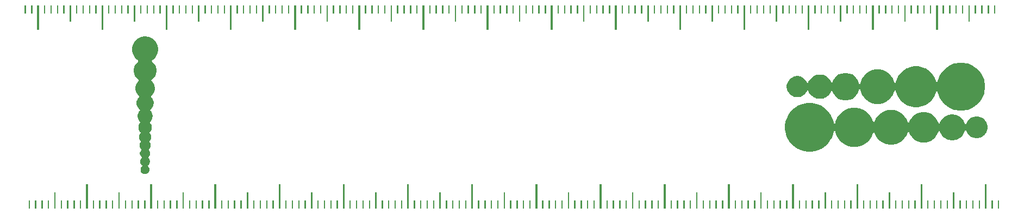
<source format=gbr>
G04 #@! TF.GenerationSoftware,KiCad,Pcbnew,(5.1.4)-1*
G04 #@! TF.CreationDate,2020-08-08T18:08:14-04:00*
G04 #@! TF.ProjectId,ruler,72756c65-722e-46b6-9963-61645f706362,0.1*
G04 #@! TF.SameCoordinates,Original*
G04 #@! TF.FileFunction,Soldermask,Bot*
G04 #@! TF.FilePolarity,Negative*
%FSLAX46Y46*%
G04 Gerber Fmt 4.6, Leading zero omitted, Abs format (unit mm)*
G04 Created by KiCad (PCBNEW (5.1.4)-1) date 2020-08-08 18:08:14*
%MOMM*%
%LPD*%
G04 APERTURE LIST*
%ADD10C,0.100000*%
G04 APERTURE END LIST*
D10*
G36*
X76498400Y-76200000D02*
G01*
X76701600Y-76200000D01*
X76701600Y-77470000D01*
X76498400Y-77470000D01*
X76498400Y-76200000D01*
G37*
G36*
X77498400Y-76200000D02*
G01*
X77701600Y-76200000D01*
X77701600Y-77470000D01*
X77498400Y-77470000D01*
X77498400Y-76200000D01*
G37*
G36*
X227301600Y-107950000D02*
G01*
X227098400Y-107950000D01*
X227098400Y-106680000D01*
X227301600Y-106680000D01*
X227301600Y-107950000D01*
G37*
G36*
X228301600Y-107950000D02*
G01*
X228098400Y-107950000D01*
X228098400Y-106680000D01*
X228301600Y-106680000D01*
X228301600Y-107950000D01*
G37*
G36*
X226352400Y-107950000D02*
G01*
X226047600Y-107950000D01*
X226047600Y-104140000D01*
X226352400Y-104140000D01*
X226352400Y-107950000D01*
G37*
G36*
X216352400Y-107950000D02*
G01*
X216047600Y-107950000D01*
X216047600Y-104140000D01*
X216352400Y-104140000D01*
X216352400Y-107950000D01*
G37*
G36*
X221301600Y-107950000D02*
G01*
X221098400Y-107950000D01*
X221098400Y-105410000D01*
X221301600Y-105410000D01*
X221301600Y-107950000D01*
G37*
G36*
X225301600Y-107950000D02*
G01*
X225098400Y-107950000D01*
X225098400Y-106680000D01*
X225301600Y-106680000D01*
X225301600Y-107950000D01*
G37*
G36*
X224301600Y-107950000D02*
G01*
X224098400Y-107950000D01*
X224098400Y-106680000D01*
X224301600Y-106680000D01*
X224301600Y-107950000D01*
G37*
G36*
X223301600Y-107950000D02*
G01*
X223098400Y-107950000D01*
X223098400Y-106680000D01*
X223301600Y-106680000D01*
X223301600Y-107950000D01*
G37*
G36*
X222301600Y-107950000D02*
G01*
X222098400Y-107950000D01*
X222098400Y-106680000D01*
X222301600Y-106680000D01*
X222301600Y-107950000D01*
G37*
G36*
X220301600Y-107950000D02*
G01*
X220098400Y-107950000D01*
X220098400Y-106680000D01*
X220301600Y-106680000D01*
X220301600Y-107950000D01*
G37*
G36*
X219301600Y-107950000D02*
G01*
X219098400Y-107950000D01*
X219098400Y-106680000D01*
X219301600Y-106680000D01*
X219301600Y-107950000D01*
G37*
G36*
X218301600Y-107950000D02*
G01*
X218098400Y-107950000D01*
X218098400Y-106680000D01*
X218301600Y-106680000D01*
X218301600Y-107950000D01*
G37*
G36*
X217301600Y-107950000D02*
G01*
X217098400Y-107950000D01*
X217098400Y-106680000D01*
X217301600Y-106680000D01*
X217301600Y-107950000D01*
G37*
G36*
X216352400Y-107950000D02*
G01*
X216047600Y-107950000D01*
X216047600Y-104140000D01*
X216352400Y-104140000D01*
X216352400Y-107950000D01*
G37*
G36*
X206352400Y-107950000D02*
G01*
X206047600Y-107950000D01*
X206047600Y-104140000D01*
X206352400Y-104140000D01*
X206352400Y-107950000D01*
G37*
G36*
X211301600Y-107950000D02*
G01*
X211098400Y-107950000D01*
X211098400Y-105410000D01*
X211301600Y-105410000D01*
X211301600Y-107950000D01*
G37*
G36*
X215301600Y-107950000D02*
G01*
X215098400Y-107950000D01*
X215098400Y-106680000D01*
X215301600Y-106680000D01*
X215301600Y-107950000D01*
G37*
G36*
X214301600Y-107950000D02*
G01*
X214098400Y-107950000D01*
X214098400Y-106680000D01*
X214301600Y-106680000D01*
X214301600Y-107950000D01*
G37*
G36*
X213301600Y-107950000D02*
G01*
X213098400Y-107950000D01*
X213098400Y-106680000D01*
X213301600Y-106680000D01*
X213301600Y-107950000D01*
G37*
G36*
X212301600Y-107950000D02*
G01*
X212098400Y-107950000D01*
X212098400Y-106680000D01*
X212301600Y-106680000D01*
X212301600Y-107950000D01*
G37*
G36*
X210301600Y-107950000D02*
G01*
X210098400Y-107950000D01*
X210098400Y-106680000D01*
X210301600Y-106680000D01*
X210301600Y-107950000D01*
G37*
G36*
X209301600Y-107950000D02*
G01*
X209098400Y-107950000D01*
X209098400Y-106680000D01*
X209301600Y-106680000D01*
X209301600Y-107950000D01*
G37*
G36*
X208301600Y-107950000D02*
G01*
X208098400Y-107950000D01*
X208098400Y-106680000D01*
X208301600Y-106680000D01*
X208301600Y-107950000D01*
G37*
G36*
X207301600Y-107950000D02*
G01*
X207098400Y-107950000D01*
X207098400Y-106680000D01*
X207301600Y-106680000D01*
X207301600Y-107950000D01*
G37*
G36*
X206352400Y-107950000D02*
G01*
X206047600Y-107950000D01*
X206047600Y-104140000D01*
X206352400Y-104140000D01*
X206352400Y-107950000D01*
G37*
G36*
X196352400Y-107950000D02*
G01*
X196047600Y-107950000D01*
X196047600Y-104140000D01*
X196352400Y-104140000D01*
X196352400Y-107950000D01*
G37*
G36*
X201301600Y-107950000D02*
G01*
X201098400Y-107950000D01*
X201098400Y-105410000D01*
X201301600Y-105410000D01*
X201301600Y-107950000D01*
G37*
G36*
X205301600Y-107950000D02*
G01*
X205098400Y-107950000D01*
X205098400Y-106680000D01*
X205301600Y-106680000D01*
X205301600Y-107950000D01*
G37*
G36*
X204301600Y-107950000D02*
G01*
X204098400Y-107950000D01*
X204098400Y-106680000D01*
X204301600Y-106680000D01*
X204301600Y-107950000D01*
G37*
G36*
X203301600Y-107950000D02*
G01*
X203098400Y-107950000D01*
X203098400Y-106680000D01*
X203301600Y-106680000D01*
X203301600Y-107950000D01*
G37*
G36*
X202301600Y-107950000D02*
G01*
X202098400Y-107950000D01*
X202098400Y-106680000D01*
X202301600Y-106680000D01*
X202301600Y-107950000D01*
G37*
G36*
X200301600Y-107950000D02*
G01*
X200098400Y-107950000D01*
X200098400Y-106680000D01*
X200301600Y-106680000D01*
X200301600Y-107950000D01*
G37*
G36*
X199301600Y-107950000D02*
G01*
X199098400Y-107950000D01*
X199098400Y-106680000D01*
X199301600Y-106680000D01*
X199301600Y-107950000D01*
G37*
G36*
X198301600Y-107950000D02*
G01*
X198098400Y-107950000D01*
X198098400Y-106680000D01*
X198301600Y-106680000D01*
X198301600Y-107950000D01*
G37*
G36*
X197301600Y-107950000D02*
G01*
X197098400Y-107950000D01*
X197098400Y-106680000D01*
X197301600Y-106680000D01*
X197301600Y-107950000D01*
G37*
G36*
X196352400Y-107950000D02*
G01*
X196047600Y-107950000D01*
X196047600Y-104140000D01*
X196352400Y-104140000D01*
X196352400Y-107950000D01*
G37*
G36*
X186352400Y-107950000D02*
G01*
X186047600Y-107950000D01*
X186047600Y-104140000D01*
X186352400Y-104140000D01*
X186352400Y-107950000D01*
G37*
G36*
X191301600Y-107950000D02*
G01*
X191098400Y-107950000D01*
X191098400Y-105410000D01*
X191301600Y-105410000D01*
X191301600Y-107950000D01*
G37*
G36*
X195301600Y-107950000D02*
G01*
X195098400Y-107950000D01*
X195098400Y-106680000D01*
X195301600Y-106680000D01*
X195301600Y-107950000D01*
G37*
G36*
X194301600Y-107950000D02*
G01*
X194098400Y-107950000D01*
X194098400Y-106680000D01*
X194301600Y-106680000D01*
X194301600Y-107950000D01*
G37*
G36*
X193301600Y-107950000D02*
G01*
X193098400Y-107950000D01*
X193098400Y-106680000D01*
X193301600Y-106680000D01*
X193301600Y-107950000D01*
G37*
G36*
X192301600Y-107950000D02*
G01*
X192098400Y-107950000D01*
X192098400Y-106680000D01*
X192301600Y-106680000D01*
X192301600Y-107950000D01*
G37*
G36*
X190301600Y-107950000D02*
G01*
X190098400Y-107950000D01*
X190098400Y-106680000D01*
X190301600Y-106680000D01*
X190301600Y-107950000D01*
G37*
G36*
X189301600Y-107950000D02*
G01*
X189098400Y-107950000D01*
X189098400Y-106680000D01*
X189301600Y-106680000D01*
X189301600Y-107950000D01*
G37*
G36*
X188301600Y-107950000D02*
G01*
X188098400Y-107950000D01*
X188098400Y-106680000D01*
X188301600Y-106680000D01*
X188301600Y-107950000D01*
G37*
G36*
X187301600Y-107950000D02*
G01*
X187098400Y-107950000D01*
X187098400Y-106680000D01*
X187301600Y-106680000D01*
X187301600Y-107950000D01*
G37*
G36*
X186352400Y-107950000D02*
G01*
X186047600Y-107950000D01*
X186047600Y-104140000D01*
X186352400Y-104140000D01*
X186352400Y-107950000D01*
G37*
G36*
X176352400Y-107950000D02*
G01*
X176047600Y-107950000D01*
X176047600Y-104140000D01*
X176352400Y-104140000D01*
X176352400Y-107950000D01*
G37*
G36*
X181301600Y-107950000D02*
G01*
X181098400Y-107950000D01*
X181098400Y-105410000D01*
X181301600Y-105410000D01*
X181301600Y-107950000D01*
G37*
G36*
X185301600Y-107950000D02*
G01*
X185098400Y-107950000D01*
X185098400Y-106680000D01*
X185301600Y-106680000D01*
X185301600Y-107950000D01*
G37*
G36*
X184301600Y-107950000D02*
G01*
X184098400Y-107950000D01*
X184098400Y-106680000D01*
X184301600Y-106680000D01*
X184301600Y-107950000D01*
G37*
G36*
X183301600Y-107950000D02*
G01*
X183098400Y-107950000D01*
X183098400Y-106680000D01*
X183301600Y-106680000D01*
X183301600Y-107950000D01*
G37*
G36*
X182301600Y-107950000D02*
G01*
X182098400Y-107950000D01*
X182098400Y-106680000D01*
X182301600Y-106680000D01*
X182301600Y-107950000D01*
G37*
G36*
X180301600Y-107950000D02*
G01*
X180098400Y-107950000D01*
X180098400Y-106680000D01*
X180301600Y-106680000D01*
X180301600Y-107950000D01*
G37*
G36*
X179301600Y-107950000D02*
G01*
X179098400Y-107950000D01*
X179098400Y-106680000D01*
X179301600Y-106680000D01*
X179301600Y-107950000D01*
G37*
G36*
X178301600Y-107950000D02*
G01*
X178098400Y-107950000D01*
X178098400Y-106680000D01*
X178301600Y-106680000D01*
X178301600Y-107950000D01*
G37*
G36*
X177301600Y-107950000D02*
G01*
X177098400Y-107950000D01*
X177098400Y-106680000D01*
X177301600Y-106680000D01*
X177301600Y-107950000D01*
G37*
G36*
X176352400Y-107950000D02*
G01*
X176047600Y-107950000D01*
X176047600Y-104140000D01*
X176352400Y-104140000D01*
X176352400Y-107950000D01*
G37*
G36*
X166352400Y-107950000D02*
G01*
X166047600Y-107950000D01*
X166047600Y-104140000D01*
X166352400Y-104140000D01*
X166352400Y-107950000D01*
G37*
G36*
X171301600Y-107950000D02*
G01*
X171098400Y-107950000D01*
X171098400Y-105410000D01*
X171301600Y-105410000D01*
X171301600Y-107950000D01*
G37*
G36*
X175301600Y-107950000D02*
G01*
X175098400Y-107950000D01*
X175098400Y-106680000D01*
X175301600Y-106680000D01*
X175301600Y-107950000D01*
G37*
G36*
X174301600Y-107950000D02*
G01*
X174098400Y-107950000D01*
X174098400Y-106680000D01*
X174301600Y-106680000D01*
X174301600Y-107950000D01*
G37*
G36*
X173301600Y-107950000D02*
G01*
X173098400Y-107950000D01*
X173098400Y-106680000D01*
X173301600Y-106680000D01*
X173301600Y-107950000D01*
G37*
G36*
X172301600Y-107950000D02*
G01*
X172098400Y-107950000D01*
X172098400Y-106680000D01*
X172301600Y-106680000D01*
X172301600Y-107950000D01*
G37*
G36*
X170301600Y-107950000D02*
G01*
X170098400Y-107950000D01*
X170098400Y-106680000D01*
X170301600Y-106680000D01*
X170301600Y-107950000D01*
G37*
G36*
X169301600Y-107950000D02*
G01*
X169098400Y-107950000D01*
X169098400Y-106680000D01*
X169301600Y-106680000D01*
X169301600Y-107950000D01*
G37*
G36*
X168301600Y-107950000D02*
G01*
X168098400Y-107950000D01*
X168098400Y-106680000D01*
X168301600Y-106680000D01*
X168301600Y-107950000D01*
G37*
G36*
X167301600Y-107950000D02*
G01*
X167098400Y-107950000D01*
X167098400Y-106680000D01*
X167301600Y-106680000D01*
X167301600Y-107950000D01*
G37*
G36*
X166352400Y-107950000D02*
G01*
X166047600Y-107950000D01*
X166047600Y-104140000D01*
X166352400Y-104140000D01*
X166352400Y-107950000D01*
G37*
G36*
X156352400Y-107950000D02*
G01*
X156047600Y-107950000D01*
X156047600Y-104140000D01*
X156352400Y-104140000D01*
X156352400Y-107950000D01*
G37*
G36*
X161301600Y-107950000D02*
G01*
X161098400Y-107950000D01*
X161098400Y-105410000D01*
X161301600Y-105410000D01*
X161301600Y-107950000D01*
G37*
G36*
X165301600Y-107950000D02*
G01*
X165098400Y-107950000D01*
X165098400Y-106680000D01*
X165301600Y-106680000D01*
X165301600Y-107950000D01*
G37*
G36*
X164301600Y-107950000D02*
G01*
X164098400Y-107950000D01*
X164098400Y-106680000D01*
X164301600Y-106680000D01*
X164301600Y-107950000D01*
G37*
G36*
X163301600Y-107950000D02*
G01*
X163098400Y-107950000D01*
X163098400Y-106680000D01*
X163301600Y-106680000D01*
X163301600Y-107950000D01*
G37*
G36*
X162301600Y-107950000D02*
G01*
X162098400Y-107950000D01*
X162098400Y-106680000D01*
X162301600Y-106680000D01*
X162301600Y-107950000D01*
G37*
G36*
X160301600Y-107950000D02*
G01*
X160098400Y-107950000D01*
X160098400Y-106680000D01*
X160301600Y-106680000D01*
X160301600Y-107950000D01*
G37*
G36*
X159301600Y-107950000D02*
G01*
X159098400Y-107950000D01*
X159098400Y-106680000D01*
X159301600Y-106680000D01*
X159301600Y-107950000D01*
G37*
G36*
X158301600Y-107950000D02*
G01*
X158098400Y-107950000D01*
X158098400Y-106680000D01*
X158301600Y-106680000D01*
X158301600Y-107950000D01*
G37*
G36*
X157301600Y-107950000D02*
G01*
X157098400Y-107950000D01*
X157098400Y-106680000D01*
X157301600Y-106680000D01*
X157301600Y-107950000D01*
G37*
G36*
X156352400Y-107950000D02*
G01*
X156047600Y-107950000D01*
X156047600Y-104140000D01*
X156352400Y-104140000D01*
X156352400Y-107950000D01*
G37*
G36*
X146352400Y-107950000D02*
G01*
X146047600Y-107950000D01*
X146047600Y-104140000D01*
X146352400Y-104140000D01*
X146352400Y-107950000D01*
G37*
G36*
X151301600Y-107950000D02*
G01*
X151098400Y-107950000D01*
X151098400Y-105410000D01*
X151301600Y-105410000D01*
X151301600Y-107950000D01*
G37*
G36*
X155301600Y-107950000D02*
G01*
X155098400Y-107950000D01*
X155098400Y-106680000D01*
X155301600Y-106680000D01*
X155301600Y-107950000D01*
G37*
G36*
X154301600Y-107950000D02*
G01*
X154098400Y-107950000D01*
X154098400Y-106680000D01*
X154301600Y-106680000D01*
X154301600Y-107950000D01*
G37*
G36*
X153301600Y-107950000D02*
G01*
X153098400Y-107950000D01*
X153098400Y-106680000D01*
X153301600Y-106680000D01*
X153301600Y-107950000D01*
G37*
G36*
X152301600Y-107950000D02*
G01*
X152098400Y-107950000D01*
X152098400Y-106680000D01*
X152301600Y-106680000D01*
X152301600Y-107950000D01*
G37*
G36*
X150301600Y-107950000D02*
G01*
X150098400Y-107950000D01*
X150098400Y-106680000D01*
X150301600Y-106680000D01*
X150301600Y-107950000D01*
G37*
G36*
X149301600Y-107950000D02*
G01*
X149098400Y-107950000D01*
X149098400Y-106680000D01*
X149301600Y-106680000D01*
X149301600Y-107950000D01*
G37*
G36*
X148301600Y-107950000D02*
G01*
X148098400Y-107950000D01*
X148098400Y-106680000D01*
X148301600Y-106680000D01*
X148301600Y-107950000D01*
G37*
G36*
X147301600Y-107950000D02*
G01*
X147098400Y-107950000D01*
X147098400Y-106680000D01*
X147301600Y-106680000D01*
X147301600Y-107950000D01*
G37*
G36*
X146352400Y-107950000D02*
G01*
X146047600Y-107950000D01*
X146047600Y-104140000D01*
X146352400Y-104140000D01*
X146352400Y-107950000D01*
G37*
G36*
X136352400Y-107950000D02*
G01*
X136047600Y-107950000D01*
X136047600Y-104140000D01*
X136352400Y-104140000D01*
X136352400Y-107950000D01*
G37*
G36*
X141301600Y-107950000D02*
G01*
X141098400Y-107950000D01*
X141098400Y-105410000D01*
X141301600Y-105410000D01*
X141301600Y-107950000D01*
G37*
G36*
X145301600Y-107950000D02*
G01*
X145098400Y-107950000D01*
X145098400Y-106680000D01*
X145301600Y-106680000D01*
X145301600Y-107950000D01*
G37*
G36*
X144301600Y-107950000D02*
G01*
X144098400Y-107950000D01*
X144098400Y-106680000D01*
X144301600Y-106680000D01*
X144301600Y-107950000D01*
G37*
G36*
X143301600Y-107950000D02*
G01*
X143098400Y-107950000D01*
X143098400Y-106680000D01*
X143301600Y-106680000D01*
X143301600Y-107950000D01*
G37*
G36*
X142301600Y-107950000D02*
G01*
X142098400Y-107950000D01*
X142098400Y-106680000D01*
X142301600Y-106680000D01*
X142301600Y-107950000D01*
G37*
G36*
X140301600Y-107950000D02*
G01*
X140098400Y-107950000D01*
X140098400Y-106680000D01*
X140301600Y-106680000D01*
X140301600Y-107950000D01*
G37*
G36*
X139301600Y-107950000D02*
G01*
X139098400Y-107950000D01*
X139098400Y-106680000D01*
X139301600Y-106680000D01*
X139301600Y-107950000D01*
G37*
G36*
X138301600Y-107950000D02*
G01*
X138098400Y-107950000D01*
X138098400Y-106680000D01*
X138301600Y-106680000D01*
X138301600Y-107950000D01*
G37*
G36*
X137301600Y-107950000D02*
G01*
X137098400Y-107950000D01*
X137098400Y-106680000D01*
X137301600Y-106680000D01*
X137301600Y-107950000D01*
G37*
G36*
X136352400Y-107950000D02*
G01*
X136047600Y-107950000D01*
X136047600Y-104140000D01*
X136352400Y-104140000D01*
X136352400Y-107950000D01*
G37*
G36*
X126352400Y-107950000D02*
G01*
X126047600Y-107950000D01*
X126047600Y-104140000D01*
X126352400Y-104140000D01*
X126352400Y-107950000D01*
G37*
G36*
X131301600Y-107950000D02*
G01*
X131098400Y-107950000D01*
X131098400Y-105410000D01*
X131301600Y-105410000D01*
X131301600Y-107950000D01*
G37*
G36*
X135301600Y-107950000D02*
G01*
X135098400Y-107950000D01*
X135098400Y-106680000D01*
X135301600Y-106680000D01*
X135301600Y-107950000D01*
G37*
G36*
X134301600Y-107950000D02*
G01*
X134098400Y-107950000D01*
X134098400Y-106680000D01*
X134301600Y-106680000D01*
X134301600Y-107950000D01*
G37*
G36*
X133301600Y-107950000D02*
G01*
X133098400Y-107950000D01*
X133098400Y-106680000D01*
X133301600Y-106680000D01*
X133301600Y-107950000D01*
G37*
G36*
X132301600Y-107950000D02*
G01*
X132098400Y-107950000D01*
X132098400Y-106680000D01*
X132301600Y-106680000D01*
X132301600Y-107950000D01*
G37*
G36*
X130301600Y-107950000D02*
G01*
X130098400Y-107950000D01*
X130098400Y-106680000D01*
X130301600Y-106680000D01*
X130301600Y-107950000D01*
G37*
G36*
X129301600Y-107950000D02*
G01*
X129098400Y-107950000D01*
X129098400Y-106680000D01*
X129301600Y-106680000D01*
X129301600Y-107950000D01*
G37*
G36*
X128301600Y-107950000D02*
G01*
X128098400Y-107950000D01*
X128098400Y-106680000D01*
X128301600Y-106680000D01*
X128301600Y-107950000D01*
G37*
G36*
X127301600Y-107950000D02*
G01*
X127098400Y-107950000D01*
X127098400Y-106680000D01*
X127301600Y-106680000D01*
X127301600Y-107950000D01*
G37*
G36*
X126352400Y-107950000D02*
G01*
X126047600Y-107950000D01*
X126047600Y-104140000D01*
X126352400Y-104140000D01*
X126352400Y-107950000D01*
G37*
G36*
X116352400Y-107950000D02*
G01*
X116047600Y-107950000D01*
X116047600Y-104140000D01*
X116352400Y-104140000D01*
X116352400Y-107950000D01*
G37*
G36*
X121301600Y-107950000D02*
G01*
X121098400Y-107950000D01*
X121098400Y-105410000D01*
X121301600Y-105410000D01*
X121301600Y-107950000D01*
G37*
G36*
X125301600Y-107950000D02*
G01*
X125098400Y-107950000D01*
X125098400Y-106680000D01*
X125301600Y-106680000D01*
X125301600Y-107950000D01*
G37*
G36*
X124301600Y-107950000D02*
G01*
X124098400Y-107950000D01*
X124098400Y-106680000D01*
X124301600Y-106680000D01*
X124301600Y-107950000D01*
G37*
G36*
X123301600Y-107950000D02*
G01*
X123098400Y-107950000D01*
X123098400Y-106680000D01*
X123301600Y-106680000D01*
X123301600Y-107950000D01*
G37*
G36*
X122301600Y-107950000D02*
G01*
X122098400Y-107950000D01*
X122098400Y-106680000D01*
X122301600Y-106680000D01*
X122301600Y-107950000D01*
G37*
G36*
X120301600Y-107950000D02*
G01*
X120098400Y-107950000D01*
X120098400Y-106680000D01*
X120301600Y-106680000D01*
X120301600Y-107950000D01*
G37*
G36*
X119301600Y-107950000D02*
G01*
X119098400Y-107950000D01*
X119098400Y-106680000D01*
X119301600Y-106680000D01*
X119301600Y-107950000D01*
G37*
G36*
X118301600Y-107950000D02*
G01*
X118098400Y-107950000D01*
X118098400Y-106680000D01*
X118301600Y-106680000D01*
X118301600Y-107950000D01*
G37*
G36*
X117301600Y-107950000D02*
G01*
X117098400Y-107950000D01*
X117098400Y-106680000D01*
X117301600Y-106680000D01*
X117301600Y-107950000D01*
G37*
G36*
X116352400Y-107950000D02*
G01*
X116047600Y-107950000D01*
X116047600Y-104140000D01*
X116352400Y-104140000D01*
X116352400Y-107950000D01*
G37*
G36*
X106352400Y-107950000D02*
G01*
X106047600Y-107950000D01*
X106047600Y-104140000D01*
X106352400Y-104140000D01*
X106352400Y-107950000D01*
G37*
G36*
X111301600Y-107950000D02*
G01*
X111098400Y-107950000D01*
X111098400Y-105410000D01*
X111301600Y-105410000D01*
X111301600Y-107950000D01*
G37*
G36*
X115301600Y-107950000D02*
G01*
X115098400Y-107950000D01*
X115098400Y-106680000D01*
X115301600Y-106680000D01*
X115301600Y-107950000D01*
G37*
G36*
X114301600Y-107950000D02*
G01*
X114098400Y-107950000D01*
X114098400Y-106680000D01*
X114301600Y-106680000D01*
X114301600Y-107950000D01*
G37*
G36*
X113301600Y-107950000D02*
G01*
X113098400Y-107950000D01*
X113098400Y-106680000D01*
X113301600Y-106680000D01*
X113301600Y-107950000D01*
G37*
G36*
X112301600Y-107950000D02*
G01*
X112098400Y-107950000D01*
X112098400Y-106680000D01*
X112301600Y-106680000D01*
X112301600Y-107950000D01*
G37*
G36*
X110301600Y-107950000D02*
G01*
X110098400Y-107950000D01*
X110098400Y-106680000D01*
X110301600Y-106680000D01*
X110301600Y-107950000D01*
G37*
G36*
X109301600Y-107950000D02*
G01*
X109098400Y-107950000D01*
X109098400Y-106680000D01*
X109301600Y-106680000D01*
X109301600Y-107950000D01*
G37*
G36*
X108301600Y-107950000D02*
G01*
X108098400Y-107950000D01*
X108098400Y-106680000D01*
X108301600Y-106680000D01*
X108301600Y-107950000D01*
G37*
G36*
X107301600Y-107950000D02*
G01*
X107098400Y-107950000D01*
X107098400Y-106680000D01*
X107301600Y-106680000D01*
X107301600Y-107950000D01*
G37*
G36*
X106352400Y-107950000D02*
G01*
X106047600Y-107950000D01*
X106047600Y-104140000D01*
X106352400Y-104140000D01*
X106352400Y-107950000D01*
G37*
G36*
X96352400Y-107950000D02*
G01*
X96047600Y-107950000D01*
X96047600Y-104140000D01*
X96352400Y-104140000D01*
X96352400Y-107950000D01*
G37*
G36*
X101301600Y-107950000D02*
G01*
X101098400Y-107950000D01*
X101098400Y-105410000D01*
X101301600Y-105410000D01*
X101301600Y-107950000D01*
G37*
G36*
X105301600Y-107950000D02*
G01*
X105098400Y-107950000D01*
X105098400Y-106680000D01*
X105301600Y-106680000D01*
X105301600Y-107950000D01*
G37*
G36*
X104301600Y-107950000D02*
G01*
X104098400Y-107950000D01*
X104098400Y-106680000D01*
X104301600Y-106680000D01*
X104301600Y-107950000D01*
G37*
G36*
X103301600Y-107950000D02*
G01*
X103098400Y-107950000D01*
X103098400Y-106680000D01*
X103301600Y-106680000D01*
X103301600Y-107950000D01*
G37*
G36*
X102301600Y-107950000D02*
G01*
X102098400Y-107950000D01*
X102098400Y-106680000D01*
X102301600Y-106680000D01*
X102301600Y-107950000D01*
G37*
G36*
X100301600Y-107950000D02*
G01*
X100098400Y-107950000D01*
X100098400Y-106680000D01*
X100301600Y-106680000D01*
X100301600Y-107950000D01*
G37*
G36*
X99301600Y-107950000D02*
G01*
X99098400Y-107950000D01*
X99098400Y-106680000D01*
X99301600Y-106680000D01*
X99301600Y-107950000D01*
G37*
G36*
X98301600Y-107950000D02*
G01*
X98098400Y-107950000D01*
X98098400Y-106680000D01*
X98301600Y-106680000D01*
X98301600Y-107950000D01*
G37*
G36*
X97301600Y-107950000D02*
G01*
X97098400Y-107950000D01*
X97098400Y-106680000D01*
X97301600Y-106680000D01*
X97301600Y-107950000D01*
G37*
G36*
X78447600Y-76200000D02*
G01*
X78752400Y-76200000D01*
X78752400Y-80010000D01*
X78447600Y-80010000D01*
X78447600Y-76200000D01*
G37*
G36*
X88447600Y-76200000D02*
G01*
X88752400Y-76200000D01*
X88752400Y-80010000D01*
X88447600Y-80010000D01*
X88447600Y-76200000D01*
G37*
G36*
X83498400Y-76200000D02*
G01*
X83701600Y-76200000D01*
X83701600Y-78740000D01*
X83498400Y-78740000D01*
X83498400Y-76200000D01*
G37*
G36*
X79498400Y-76200000D02*
G01*
X79701600Y-76200000D01*
X79701600Y-77470000D01*
X79498400Y-77470000D01*
X79498400Y-76200000D01*
G37*
G36*
X80498400Y-76200000D02*
G01*
X80701600Y-76200000D01*
X80701600Y-77470000D01*
X80498400Y-77470000D01*
X80498400Y-76200000D01*
G37*
G36*
X81498400Y-76200000D02*
G01*
X81701600Y-76200000D01*
X81701600Y-77470000D01*
X81498400Y-77470000D01*
X81498400Y-76200000D01*
G37*
G36*
X82498400Y-76200000D02*
G01*
X82701600Y-76200000D01*
X82701600Y-77470000D01*
X82498400Y-77470000D01*
X82498400Y-76200000D01*
G37*
G36*
X84498400Y-76200000D02*
G01*
X84701600Y-76200000D01*
X84701600Y-77470000D01*
X84498400Y-77470000D01*
X84498400Y-76200000D01*
G37*
G36*
X85498400Y-76200000D02*
G01*
X85701600Y-76200000D01*
X85701600Y-77470000D01*
X85498400Y-77470000D01*
X85498400Y-76200000D01*
G37*
G36*
X86498400Y-76200000D02*
G01*
X86701600Y-76200000D01*
X86701600Y-77470000D01*
X86498400Y-77470000D01*
X86498400Y-76200000D01*
G37*
G36*
X87498400Y-76200000D02*
G01*
X87701600Y-76200000D01*
X87701600Y-77470000D01*
X87498400Y-77470000D01*
X87498400Y-76200000D01*
G37*
G36*
X88447600Y-76200000D02*
G01*
X88752400Y-76200000D01*
X88752400Y-80010000D01*
X88447600Y-80010000D01*
X88447600Y-76200000D01*
G37*
G36*
X98447600Y-76200000D02*
G01*
X98752400Y-76200000D01*
X98752400Y-80010000D01*
X98447600Y-80010000D01*
X98447600Y-76200000D01*
G37*
G36*
X93498400Y-76200000D02*
G01*
X93701600Y-76200000D01*
X93701600Y-78740000D01*
X93498400Y-78740000D01*
X93498400Y-76200000D01*
G37*
G36*
X89498400Y-76200000D02*
G01*
X89701600Y-76200000D01*
X89701600Y-77470000D01*
X89498400Y-77470000D01*
X89498400Y-76200000D01*
G37*
G36*
X90498400Y-76200000D02*
G01*
X90701600Y-76200000D01*
X90701600Y-77470000D01*
X90498400Y-77470000D01*
X90498400Y-76200000D01*
G37*
G36*
X91498400Y-76200000D02*
G01*
X91701600Y-76200000D01*
X91701600Y-77470000D01*
X91498400Y-77470000D01*
X91498400Y-76200000D01*
G37*
G36*
X92498400Y-76200000D02*
G01*
X92701600Y-76200000D01*
X92701600Y-77470000D01*
X92498400Y-77470000D01*
X92498400Y-76200000D01*
G37*
G36*
X94498400Y-76200000D02*
G01*
X94701600Y-76200000D01*
X94701600Y-77470000D01*
X94498400Y-77470000D01*
X94498400Y-76200000D01*
G37*
G36*
X95498400Y-76200000D02*
G01*
X95701600Y-76200000D01*
X95701600Y-77470000D01*
X95498400Y-77470000D01*
X95498400Y-76200000D01*
G37*
G36*
X96498400Y-76200000D02*
G01*
X96701600Y-76200000D01*
X96701600Y-77470000D01*
X96498400Y-77470000D01*
X96498400Y-76200000D01*
G37*
G36*
X97498400Y-76200000D02*
G01*
X97701600Y-76200000D01*
X97701600Y-77470000D01*
X97498400Y-77470000D01*
X97498400Y-76200000D01*
G37*
G36*
X98447600Y-76200000D02*
G01*
X98752400Y-76200000D01*
X98752400Y-80010000D01*
X98447600Y-80010000D01*
X98447600Y-76200000D01*
G37*
G36*
X108447600Y-76200000D02*
G01*
X108752400Y-76200000D01*
X108752400Y-80010000D01*
X108447600Y-80010000D01*
X108447600Y-76200000D01*
G37*
G36*
X103498400Y-76200000D02*
G01*
X103701600Y-76200000D01*
X103701600Y-78740000D01*
X103498400Y-78740000D01*
X103498400Y-76200000D01*
G37*
G36*
X99498400Y-76200000D02*
G01*
X99701600Y-76200000D01*
X99701600Y-77470000D01*
X99498400Y-77470000D01*
X99498400Y-76200000D01*
G37*
G36*
X100498400Y-76200000D02*
G01*
X100701600Y-76200000D01*
X100701600Y-77470000D01*
X100498400Y-77470000D01*
X100498400Y-76200000D01*
G37*
G36*
X101498400Y-76200000D02*
G01*
X101701600Y-76200000D01*
X101701600Y-77470000D01*
X101498400Y-77470000D01*
X101498400Y-76200000D01*
G37*
G36*
X102498400Y-76200000D02*
G01*
X102701600Y-76200000D01*
X102701600Y-77470000D01*
X102498400Y-77470000D01*
X102498400Y-76200000D01*
G37*
G36*
X104498400Y-76200000D02*
G01*
X104701600Y-76200000D01*
X104701600Y-77470000D01*
X104498400Y-77470000D01*
X104498400Y-76200000D01*
G37*
G36*
X105498400Y-76200000D02*
G01*
X105701600Y-76200000D01*
X105701600Y-77470000D01*
X105498400Y-77470000D01*
X105498400Y-76200000D01*
G37*
G36*
X106498400Y-76200000D02*
G01*
X106701600Y-76200000D01*
X106701600Y-77470000D01*
X106498400Y-77470000D01*
X106498400Y-76200000D01*
G37*
G36*
X107498400Y-76200000D02*
G01*
X107701600Y-76200000D01*
X107701600Y-77470000D01*
X107498400Y-77470000D01*
X107498400Y-76200000D01*
G37*
G36*
X108447600Y-76200000D02*
G01*
X108752400Y-76200000D01*
X108752400Y-80010000D01*
X108447600Y-80010000D01*
X108447600Y-76200000D01*
G37*
G36*
X118447600Y-76200000D02*
G01*
X118752400Y-76200000D01*
X118752400Y-80010000D01*
X118447600Y-80010000D01*
X118447600Y-76200000D01*
G37*
G36*
X113498400Y-76200000D02*
G01*
X113701600Y-76200000D01*
X113701600Y-78740000D01*
X113498400Y-78740000D01*
X113498400Y-76200000D01*
G37*
G36*
X109498400Y-76200000D02*
G01*
X109701600Y-76200000D01*
X109701600Y-77470000D01*
X109498400Y-77470000D01*
X109498400Y-76200000D01*
G37*
G36*
X110498400Y-76200000D02*
G01*
X110701600Y-76200000D01*
X110701600Y-77470000D01*
X110498400Y-77470000D01*
X110498400Y-76200000D01*
G37*
G36*
X111498400Y-76200000D02*
G01*
X111701600Y-76200000D01*
X111701600Y-77470000D01*
X111498400Y-77470000D01*
X111498400Y-76200000D01*
G37*
G36*
X112498400Y-76200000D02*
G01*
X112701600Y-76200000D01*
X112701600Y-77470000D01*
X112498400Y-77470000D01*
X112498400Y-76200000D01*
G37*
G36*
X114498400Y-76200000D02*
G01*
X114701600Y-76200000D01*
X114701600Y-77470000D01*
X114498400Y-77470000D01*
X114498400Y-76200000D01*
G37*
G36*
X115498400Y-76200000D02*
G01*
X115701600Y-76200000D01*
X115701600Y-77470000D01*
X115498400Y-77470000D01*
X115498400Y-76200000D01*
G37*
G36*
X116498400Y-76200000D02*
G01*
X116701600Y-76200000D01*
X116701600Y-77470000D01*
X116498400Y-77470000D01*
X116498400Y-76200000D01*
G37*
G36*
X117498400Y-76200000D02*
G01*
X117701600Y-76200000D01*
X117701600Y-77470000D01*
X117498400Y-77470000D01*
X117498400Y-76200000D01*
G37*
G36*
X118447600Y-76200000D02*
G01*
X118752400Y-76200000D01*
X118752400Y-80010000D01*
X118447600Y-80010000D01*
X118447600Y-76200000D01*
G37*
G36*
X128447600Y-76200000D02*
G01*
X128752400Y-76200000D01*
X128752400Y-80010000D01*
X128447600Y-80010000D01*
X128447600Y-76200000D01*
G37*
G36*
X123498400Y-76200000D02*
G01*
X123701600Y-76200000D01*
X123701600Y-78740000D01*
X123498400Y-78740000D01*
X123498400Y-76200000D01*
G37*
G36*
X119498400Y-76200000D02*
G01*
X119701600Y-76200000D01*
X119701600Y-77470000D01*
X119498400Y-77470000D01*
X119498400Y-76200000D01*
G37*
G36*
X120498400Y-76200000D02*
G01*
X120701600Y-76200000D01*
X120701600Y-77470000D01*
X120498400Y-77470000D01*
X120498400Y-76200000D01*
G37*
G36*
X121498400Y-76200000D02*
G01*
X121701600Y-76200000D01*
X121701600Y-77470000D01*
X121498400Y-77470000D01*
X121498400Y-76200000D01*
G37*
G36*
X122498400Y-76200000D02*
G01*
X122701600Y-76200000D01*
X122701600Y-77470000D01*
X122498400Y-77470000D01*
X122498400Y-76200000D01*
G37*
G36*
X124498400Y-76200000D02*
G01*
X124701600Y-76200000D01*
X124701600Y-77470000D01*
X124498400Y-77470000D01*
X124498400Y-76200000D01*
G37*
G36*
X125498400Y-76200000D02*
G01*
X125701600Y-76200000D01*
X125701600Y-77470000D01*
X125498400Y-77470000D01*
X125498400Y-76200000D01*
G37*
G36*
X126498400Y-76200000D02*
G01*
X126701600Y-76200000D01*
X126701600Y-77470000D01*
X126498400Y-77470000D01*
X126498400Y-76200000D01*
G37*
G36*
X127498400Y-76200000D02*
G01*
X127701600Y-76200000D01*
X127701600Y-77470000D01*
X127498400Y-77470000D01*
X127498400Y-76200000D01*
G37*
G36*
X128447600Y-76200000D02*
G01*
X128752400Y-76200000D01*
X128752400Y-80010000D01*
X128447600Y-80010000D01*
X128447600Y-76200000D01*
G37*
G36*
X138447600Y-76200000D02*
G01*
X138752400Y-76200000D01*
X138752400Y-80010000D01*
X138447600Y-80010000D01*
X138447600Y-76200000D01*
G37*
G36*
X133498400Y-76200000D02*
G01*
X133701600Y-76200000D01*
X133701600Y-78740000D01*
X133498400Y-78740000D01*
X133498400Y-76200000D01*
G37*
G36*
X129498400Y-76200000D02*
G01*
X129701600Y-76200000D01*
X129701600Y-77470000D01*
X129498400Y-77470000D01*
X129498400Y-76200000D01*
G37*
G36*
X130498400Y-76200000D02*
G01*
X130701600Y-76200000D01*
X130701600Y-77470000D01*
X130498400Y-77470000D01*
X130498400Y-76200000D01*
G37*
G36*
X131498400Y-76200000D02*
G01*
X131701600Y-76200000D01*
X131701600Y-77470000D01*
X131498400Y-77470000D01*
X131498400Y-76200000D01*
G37*
G36*
X132498400Y-76200000D02*
G01*
X132701600Y-76200000D01*
X132701600Y-77470000D01*
X132498400Y-77470000D01*
X132498400Y-76200000D01*
G37*
G36*
X134498400Y-76200000D02*
G01*
X134701600Y-76200000D01*
X134701600Y-77470000D01*
X134498400Y-77470000D01*
X134498400Y-76200000D01*
G37*
G36*
X135498400Y-76200000D02*
G01*
X135701600Y-76200000D01*
X135701600Y-77470000D01*
X135498400Y-77470000D01*
X135498400Y-76200000D01*
G37*
G36*
X136498400Y-76200000D02*
G01*
X136701600Y-76200000D01*
X136701600Y-77470000D01*
X136498400Y-77470000D01*
X136498400Y-76200000D01*
G37*
G36*
X137498400Y-76200000D02*
G01*
X137701600Y-76200000D01*
X137701600Y-77470000D01*
X137498400Y-77470000D01*
X137498400Y-76200000D01*
G37*
G36*
X138447600Y-76200000D02*
G01*
X138752400Y-76200000D01*
X138752400Y-80010000D01*
X138447600Y-80010000D01*
X138447600Y-76200000D01*
G37*
G36*
X148447600Y-76200000D02*
G01*
X148752400Y-76200000D01*
X148752400Y-80010000D01*
X148447600Y-80010000D01*
X148447600Y-76200000D01*
G37*
G36*
X143498400Y-76200000D02*
G01*
X143701600Y-76200000D01*
X143701600Y-78740000D01*
X143498400Y-78740000D01*
X143498400Y-76200000D01*
G37*
G36*
X139498400Y-76200000D02*
G01*
X139701600Y-76200000D01*
X139701600Y-77470000D01*
X139498400Y-77470000D01*
X139498400Y-76200000D01*
G37*
G36*
X140498400Y-76200000D02*
G01*
X140701600Y-76200000D01*
X140701600Y-77470000D01*
X140498400Y-77470000D01*
X140498400Y-76200000D01*
G37*
G36*
X141498400Y-76200000D02*
G01*
X141701600Y-76200000D01*
X141701600Y-77470000D01*
X141498400Y-77470000D01*
X141498400Y-76200000D01*
G37*
G36*
X142498400Y-76200000D02*
G01*
X142701600Y-76200000D01*
X142701600Y-77470000D01*
X142498400Y-77470000D01*
X142498400Y-76200000D01*
G37*
G36*
X144498400Y-76200000D02*
G01*
X144701600Y-76200000D01*
X144701600Y-77470000D01*
X144498400Y-77470000D01*
X144498400Y-76200000D01*
G37*
G36*
X145498400Y-76200000D02*
G01*
X145701600Y-76200000D01*
X145701600Y-77470000D01*
X145498400Y-77470000D01*
X145498400Y-76200000D01*
G37*
G36*
X146498400Y-76200000D02*
G01*
X146701600Y-76200000D01*
X146701600Y-77470000D01*
X146498400Y-77470000D01*
X146498400Y-76200000D01*
G37*
G36*
X147498400Y-76200000D02*
G01*
X147701600Y-76200000D01*
X147701600Y-77470000D01*
X147498400Y-77470000D01*
X147498400Y-76200000D01*
G37*
G36*
X148447600Y-76200000D02*
G01*
X148752400Y-76200000D01*
X148752400Y-80010000D01*
X148447600Y-80010000D01*
X148447600Y-76200000D01*
G37*
G36*
X158447600Y-76200000D02*
G01*
X158752400Y-76200000D01*
X158752400Y-80010000D01*
X158447600Y-80010000D01*
X158447600Y-76200000D01*
G37*
G36*
X153498400Y-76200000D02*
G01*
X153701600Y-76200000D01*
X153701600Y-78740000D01*
X153498400Y-78740000D01*
X153498400Y-76200000D01*
G37*
G36*
X149498400Y-76200000D02*
G01*
X149701600Y-76200000D01*
X149701600Y-77470000D01*
X149498400Y-77470000D01*
X149498400Y-76200000D01*
G37*
G36*
X150498400Y-76200000D02*
G01*
X150701600Y-76200000D01*
X150701600Y-77470000D01*
X150498400Y-77470000D01*
X150498400Y-76200000D01*
G37*
G36*
X151498400Y-76200000D02*
G01*
X151701600Y-76200000D01*
X151701600Y-77470000D01*
X151498400Y-77470000D01*
X151498400Y-76200000D01*
G37*
G36*
X152498400Y-76200000D02*
G01*
X152701600Y-76200000D01*
X152701600Y-77470000D01*
X152498400Y-77470000D01*
X152498400Y-76200000D01*
G37*
G36*
X154498400Y-76200000D02*
G01*
X154701600Y-76200000D01*
X154701600Y-77470000D01*
X154498400Y-77470000D01*
X154498400Y-76200000D01*
G37*
G36*
X155498400Y-76200000D02*
G01*
X155701600Y-76200000D01*
X155701600Y-77470000D01*
X155498400Y-77470000D01*
X155498400Y-76200000D01*
G37*
G36*
X156498400Y-76200000D02*
G01*
X156701600Y-76200000D01*
X156701600Y-77470000D01*
X156498400Y-77470000D01*
X156498400Y-76200000D01*
G37*
G36*
X157498400Y-76200000D02*
G01*
X157701600Y-76200000D01*
X157701600Y-77470000D01*
X157498400Y-77470000D01*
X157498400Y-76200000D01*
G37*
G36*
X158447600Y-76200000D02*
G01*
X158752400Y-76200000D01*
X158752400Y-80010000D01*
X158447600Y-80010000D01*
X158447600Y-76200000D01*
G37*
G36*
X168447600Y-76200000D02*
G01*
X168752400Y-76200000D01*
X168752400Y-80010000D01*
X168447600Y-80010000D01*
X168447600Y-76200000D01*
G37*
G36*
X163498400Y-76200000D02*
G01*
X163701600Y-76200000D01*
X163701600Y-78740000D01*
X163498400Y-78740000D01*
X163498400Y-76200000D01*
G37*
G36*
X159498400Y-76200000D02*
G01*
X159701600Y-76200000D01*
X159701600Y-77470000D01*
X159498400Y-77470000D01*
X159498400Y-76200000D01*
G37*
G36*
X160498400Y-76200000D02*
G01*
X160701600Y-76200000D01*
X160701600Y-77470000D01*
X160498400Y-77470000D01*
X160498400Y-76200000D01*
G37*
G36*
X161498400Y-76200000D02*
G01*
X161701600Y-76200000D01*
X161701600Y-77470000D01*
X161498400Y-77470000D01*
X161498400Y-76200000D01*
G37*
G36*
X162498400Y-76200000D02*
G01*
X162701600Y-76200000D01*
X162701600Y-77470000D01*
X162498400Y-77470000D01*
X162498400Y-76200000D01*
G37*
G36*
X164498400Y-76200000D02*
G01*
X164701600Y-76200000D01*
X164701600Y-77470000D01*
X164498400Y-77470000D01*
X164498400Y-76200000D01*
G37*
G36*
X165498400Y-76200000D02*
G01*
X165701600Y-76200000D01*
X165701600Y-77470000D01*
X165498400Y-77470000D01*
X165498400Y-76200000D01*
G37*
G36*
X166498400Y-76200000D02*
G01*
X166701600Y-76200000D01*
X166701600Y-77470000D01*
X166498400Y-77470000D01*
X166498400Y-76200000D01*
G37*
G36*
X167498400Y-76200000D02*
G01*
X167701600Y-76200000D01*
X167701600Y-77470000D01*
X167498400Y-77470000D01*
X167498400Y-76200000D01*
G37*
G36*
X168447600Y-76200000D02*
G01*
X168752400Y-76200000D01*
X168752400Y-80010000D01*
X168447600Y-80010000D01*
X168447600Y-76200000D01*
G37*
G36*
X178447600Y-76200000D02*
G01*
X178752400Y-76200000D01*
X178752400Y-80010000D01*
X178447600Y-80010000D01*
X178447600Y-76200000D01*
G37*
G36*
X173498400Y-76200000D02*
G01*
X173701600Y-76200000D01*
X173701600Y-78740000D01*
X173498400Y-78740000D01*
X173498400Y-76200000D01*
G37*
G36*
X169498400Y-76200000D02*
G01*
X169701600Y-76200000D01*
X169701600Y-77470000D01*
X169498400Y-77470000D01*
X169498400Y-76200000D01*
G37*
G36*
X170498400Y-76200000D02*
G01*
X170701600Y-76200000D01*
X170701600Y-77470000D01*
X170498400Y-77470000D01*
X170498400Y-76200000D01*
G37*
G36*
X171498400Y-76200000D02*
G01*
X171701600Y-76200000D01*
X171701600Y-77470000D01*
X171498400Y-77470000D01*
X171498400Y-76200000D01*
G37*
G36*
X172498400Y-76200000D02*
G01*
X172701600Y-76200000D01*
X172701600Y-77470000D01*
X172498400Y-77470000D01*
X172498400Y-76200000D01*
G37*
G36*
X174498400Y-76200000D02*
G01*
X174701600Y-76200000D01*
X174701600Y-77470000D01*
X174498400Y-77470000D01*
X174498400Y-76200000D01*
G37*
G36*
X175498400Y-76200000D02*
G01*
X175701600Y-76200000D01*
X175701600Y-77470000D01*
X175498400Y-77470000D01*
X175498400Y-76200000D01*
G37*
G36*
X176498400Y-76200000D02*
G01*
X176701600Y-76200000D01*
X176701600Y-77470000D01*
X176498400Y-77470000D01*
X176498400Y-76200000D01*
G37*
G36*
X177498400Y-76200000D02*
G01*
X177701600Y-76200000D01*
X177701600Y-77470000D01*
X177498400Y-77470000D01*
X177498400Y-76200000D01*
G37*
G36*
X178447600Y-76200000D02*
G01*
X178752400Y-76200000D01*
X178752400Y-80010000D01*
X178447600Y-80010000D01*
X178447600Y-76200000D01*
G37*
G36*
X188447600Y-76200000D02*
G01*
X188752400Y-76200000D01*
X188752400Y-80010000D01*
X188447600Y-80010000D01*
X188447600Y-76200000D01*
G37*
G36*
X183498400Y-76200000D02*
G01*
X183701600Y-76200000D01*
X183701600Y-78740000D01*
X183498400Y-78740000D01*
X183498400Y-76200000D01*
G37*
G36*
X179498400Y-76200000D02*
G01*
X179701600Y-76200000D01*
X179701600Y-77470000D01*
X179498400Y-77470000D01*
X179498400Y-76200000D01*
G37*
G36*
X180498400Y-76200000D02*
G01*
X180701600Y-76200000D01*
X180701600Y-77470000D01*
X180498400Y-77470000D01*
X180498400Y-76200000D01*
G37*
G36*
X181498400Y-76200000D02*
G01*
X181701600Y-76200000D01*
X181701600Y-77470000D01*
X181498400Y-77470000D01*
X181498400Y-76200000D01*
G37*
G36*
X182498400Y-76200000D02*
G01*
X182701600Y-76200000D01*
X182701600Y-77470000D01*
X182498400Y-77470000D01*
X182498400Y-76200000D01*
G37*
G36*
X184498400Y-76200000D02*
G01*
X184701600Y-76200000D01*
X184701600Y-77470000D01*
X184498400Y-77470000D01*
X184498400Y-76200000D01*
G37*
G36*
X185498400Y-76200000D02*
G01*
X185701600Y-76200000D01*
X185701600Y-77470000D01*
X185498400Y-77470000D01*
X185498400Y-76200000D01*
G37*
G36*
X186498400Y-76200000D02*
G01*
X186701600Y-76200000D01*
X186701600Y-77470000D01*
X186498400Y-77470000D01*
X186498400Y-76200000D01*
G37*
G36*
X187498400Y-76200000D02*
G01*
X187701600Y-76200000D01*
X187701600Y-77470000D01*
X187498400Y-77470000D01*
X187498400Y-76200000D01*
G37*
G36*
X188447600Y-76200000D02*
G01*
X188752400Y-76200000D01*
X188752400Y-80010000D01*
X188447600Y-80010000D01*
X188447600Y-76200000D01*
G37*
G36*
X198447600Y-76200000D02*
G01*
X198752400Y-76200000D01*
X198752400Y-80010000D01*
X198447600Y-80010000D01*
X198447600Y-76200000D01*
G37*
G36*
X193498400Y-76200000D02*
G01*
X193701600Y-76200000D01*
X193701600Y-78740000D01*
X193498400Y-78740000D01*
X193498400Y-76200000D01*
G37*
G36*
X189498400Y-76200000D02*
G01*
X189701600Y-76200000D01*
X189701600Y-77470000D01*
X189498400Y-77470000D01*
X189498400Y-76200000D01*
G37*
G36*
X190498400Y-76200000D02*
G01*
X190701600Y-76200000D01*
X190701600Y-77470000D01*
X190498400Y-77470000D01*
X190498400Y-76200000D01*
G37*
G36*
X191498400Y-76200000D02*
G01*
X191701600Y-76200000D01*
X191701600Y-77470000D01*
X191498400Y-77470000D01*
X191498400Y-76200000D01*
G37*
G36*
X192498400Y-76200000D02*
G01*
X192701600Y-76200000D01*
X192701600Y-77470000D01*
X192498400Y-77470000D01*
X192498400Y-76200000D01*
G37*
G36*
X194498400Y-76200000D02*
G01*
X194701600Y-76200000D01*
X194701600Y-77470000D01*
X194498400Y-77470000D01*
X194498400Y-76200000D01*
G37*
G36*
X195498400Y-76200000D02*
G01*
X195701600Y-76200000D01*
X195701600Y-77470000D01*
X195498400Y-77470000D01*
X195498400Y-76200000D01*
G37*
G36*
X196498400Y-76200000D02*
G01*
X196701600Y-76200000D01*
X196701600Y-77470000D01*
X196498400Y-77470000D01*
X196498400Y-76200000D01*
G37*
G36*
X197498400Y-76200000D02*
G01*
X197701600Y-76200000D01*
X197701600Y-77470000D01*
X197498400Y-77470000D01*
X197498400Y-76200000D01*
G37*
G36*
X198447600Y-76200000D02*
G01*
X198752400Y-76200000D01*
X198752400Y-80010000D01*
X198447600Y-80010000D01*
X198447600Y-76200000D01*
G37*
G36*
X208447600Y-76200000D02*
G01*
X208752400Y-76200000D01*
X208752400Y-80010000D01*
X208447600Y-80010000D01*
X208447600Y-76200000D01*
G37*
G36*
X203498400Y-76200000D02*
G01*
X203701600Y-76200000D01*
X203701600Y-78740000D01*
X203498400Y-78740000D01*
X203498400Y-76200000D01*
G37*
G36*
X199498400Y-76200000D02*
G01*
X199701600Y-76200000D01*
X199701600Y-77470000D01*
X199498400Y-77470000D01*
X199498400Y-76200000D01*
G37*
G36*
X200498400Y-76200000D02*
G01*
X200701600Y-76200000D01*
X200701600Y-77470000D01*
X200498400Y-77470000D01*
X200498400Y-76200000D01*
G37*
G36*
X201498400Y-76200000D02*
G01*
X201701600Y-76200000D01*
X201701600Y-77470000D01*
X201498400Y-77470000D01*
X201498400Y-76200000D01*
G37*
G36*
X202498400Y-76200000D02*
G01*
X202701600Y-76200000D01*
X202701600Y-77470000D01*
X202498400Y-77470000D01*
X202498400Y-76200000D01*
G37*
G36*
X204498400Y-76200000D02*
G01*
X204701600Y-76200000D01*
X204701600Y-77470000D01*
X204498400Y-77470000D01*
X204498400Y-76200000D01*
G37*
G36*
X205498400Y-76200000D02*
G01*
X205701600Y-76200000D01*
X205701600Y-77470000D01*
X205498400Y-77470000D01*
X205498400Y-76200000D01*
G37*
G36*
X206498400Y-76200000D02*
G01*
X206701600Y-76200000D01*
X206701600Y-77470000D01*
X206498400Y-77470000D01*
X206498400Y-76200000D01*
G37*
G36*
X207498400Y-76200000D02*
G01*
X207701600Y-76200000D01*
X207701600Y-77470000D01*
X207498400Y-77470000D01*
X207498400Y-76200000D01*
G37*
G36*
X223498400Y-76200000D02*
G01*
X223701600Y-76200000D01*
X223701600Y-78740000D01*
X223498400Y-78740000D01*
X223498400Y-76200000D01*
G37*
G36*
X219498400Y-76200000D02*
G01*
X219701600Y-76200000D01*
X219701600Y-77470000D01*
X219498400Y-77470000D01*
X219498400Y-76200000D01*
G37*
G36*
X220498400Y-76200000D02*
G01*
X220701600Y-76200000D01*
X220701600Y-77470000D01*
X220498400Y-77470000D01*
X220498400Y-76200000D01*
G37*
G36*
X221498400Y-76200000D02*
G01*
X221701600Y-76200000D01*
X221701600Y-77470000D01*
X221498400Y-77470000D01*
X221498400Y-76200000D01*
G37*
G36*
X222498400Y-76200000D02*
G01*
X222701600Y-76200000D01*
X222701600Y-77470000D01*
X222498400Y-77470000D01*
X222498400Y-76200000D01*
G37*
G36*
X224498400Y-76200000D02*
G01*
X224701600Y-76200000D01*
X224701600Y-77470000D01*
X224498400Y-77470000D01*
X224498400Y-76200000D01*
G37*
G36*
X225498400Y-76200000D02*
G01*
X225701600Y-76200000D01*
X225701600Y-77470000D01*
X225498400Y-77470000D01*
X225498400Y-76200000D01*
G37*
G36*
X226498400Y-76200000D02*
G01*
X226701600Y-76200000D01*
X226701600Y-77470000D01*
X226498400Y-77470000D01*
X226498400Y-76200000D01*
G37*
G36*
X227498400Y-76200000D02*
G01*
X227701600Y-76200000D01*
X227701600Y-77470000D01*
X227498400Y-77470000D01*
X227498400Y-76200000D01*
G37*
G36*
X217498400Y-76200000D02*
G01*
X217701600Y-76200000D01*
X217701600Y-77470000D01*
X217498400Y-77470000D01*
X217498400Y-76200000D01*
G37*
G36*
X216498400Y-76200000D02*
G01*
X216701600Y-76200000D01*
X216701600Y-77470000D01*
X216498400Y-77470000D01*
X216498400Y-76200000D01*
G37*
G36*
X215498400Y-76200000D02*
G01*
X215701600Y-76200000D01*
X215701600Y-77470000D01*
X215498400Y-77470000D01*
X215498400Y-76200000D01*
G37*
G36*
X214498400Y-76200000D02*
G01*
X214701600Y-76200000D01*
X214701600Y-77470000D01*
X214498400Y-77470000D01*
X214498400Y-76200000D01*
G37*
G36*
X212498400Y-76200000D02*
G01*
X212701600Y-76200000D01*
X212701600Y-77470000D01*
X212498400Y-77470000D01*
X212498400Y-76200000D01*
G37*
G36*
X211498400Y-76200000D02*
G01*
X211701600Y-76200000D01*
X211701600Y-77470000D01*
X211498400Y-77470000D01*
X211498400Y-76200000D01*
G37*
G36*
X210498400Y-76200000D02*
G01*
X210701600Y-76200000D01*
X210701600Y-77470000D01*
X210498400Y-77470000D01*
X210498400Y-76200000D01*
G37*
G36*
X209498400Y-76200000D02*
G01*
X209701600Y-76200000D01*
X209701600Y-77470000D01*
X209498400Y-77470000D01*
X209498400Y-76200000D01*
G37*
G36*
X213498400Y-76200000D02*
G01*
X213701600Y-76200000D01*
X213701600Y-78740000D01*
X213498400Y-78740000D01*
X213498400Y-76200000D01*
G37*
G36*
X218447600Y-76200000D02*
G01*
X218752400Y-76200000D01*
X218752400Y-80010000D01*
X218447600Y-80010000D01*
X218447600Y-76200000D01*
G37*
G36*
X208447600Y-76200000D02*
G01*
X208752400Y-76200000D01*
X208752400Y-80010000D01*
X208447600Y-80010000D01*
X208447600Y-76200000D01*
G37*
G36*
X77301600Y-107950000D02*
G01*
X77098400Y-107950000D01*
X77098400Y-106680000D01*
X77301600Y-106680000D01*
X77301600Y-107950000D01*
G37*
G36*
X78301600Y-107950000D02*
G01*
X78098400Y-107950000D01*
X78098400Y-106680000D01*
X78301600Y-106680000D01*
X78301600Y-107950000D01*
G37*
G36*
X79301600Y-107950000D02*
G01*
X79098400Y-107950000D01*
X79098400Y-106680000D01*
X79301600Y-106680000D01*
X79301600Y-107950000D01*
G37*
G36*
X80301600Y-107950000D02*
G01*
X80098400Y-107950000D01*
X80098400Y-106680000D01*
X80301600Y-106680000D01*
X80301600Y-107950000D01*
G37*
G36*
X82301600Y-107950000D02*
G01*
X82098400Y-107950000D01*
X82098400Y-106680000D01*
X82301600Y-106680000D01*
X82301600Y-107950000D01*
G37*
G36*
X83301600Y-107950000D02*
G01*
X83098400Y-107950000D01*
X83098400Y-106680000D01*
X83301600Y-106680000D01*
X83301600Y-107950000D01*
G37*
G36*
X84301600Y-107950000D02*
G01*
X84098400Y-107950000D01*
X84098400Y-106680000D01*
X84301600Y-106680000D01*
X84301600Y-107950000D01*
G37*
G36*
X85301600Y-107950000D02*
G01*
X85098400Y-107950000D01*
X85098400Y-106680000D01*
X85301600Y-106680000D01*
X85301600Y-107950000D01*
G37*
G36*
X81301600Y-107950000D02*
G01*
X81098400Y-107950000D01*
X81098400Y-105410000D01*
X81301600Y-105410000D01*
X81301600Y-107950000D01*
G37*
G36*
X87301600Y-107950000D02*
G01*
X87098400Y-107950000D01*
X87098400Y-106680000D01*
X87301600Y-106680000D01*
X87301600Y-107950000D01*
G37*
G36*
X88301600Y-107950000D02*
G01*
X88098400Y-107950000D01*
X88098400Y-106680000D01*
X88301600Y-106680000D01*
X88301600Y-107950000D01*
G37*
G36*
X89301600Y-107950000D02*
G01*
X89098400Y-107950000D01*
X89098400Y-106680000D01*
X89301600Y-106680000D01*
X89301600Y-107950000D01*
G37*
G36*
X90301600Y-107950000D02*
G01*
X90098400Y-107950000D01*
X90098400Y-106680000D01*
X90301600Y-106680000D01*
X90301600Y-107950000D01*
G37*
G36*
X92301600Y-107950000D02*
G01*
X92098400Y-107950000D01*
X92098400Y-106680000D01*
X92301600Y-106680000D01*
X92301600Y-107950000D01*
G37*
G36*
X93301600Y-107950000D02*
G01*
X93098400Y-107950000D01*
X93098400Y-106680000D01*
X93301600Y-106680000D01*
X93301600Y-107950000D01*
G37*
G36*
X94301600Y-107950000D02*
G01*
X94098400Y-107950000D01*
X94098400Y-106680000D01*
X94301600Y-106680000D01*
X94301600Y-107950000D01*
G37*
G36*
X95301600Y-107950000D02*
G01*
X95098400Y-107950000D01*
X95098400Y-106680000D01*
X95301600Y-106680000D01*
X95301600Y-107950000D01*
G37*
G36*
X91301600Y-107950000D02*
G01*
X91098400Y-107950000D01*
X91098400Y-105410000D01*
X91301600Y-105410000D01*
X91301600Y-107950000D01*
G37*
G36*
X86352400Y-107950000D02*
G01*
X86047600Y-107950000D01*
X86047600Y-104140000D01*
X86352400Y-104140000D01*
X86352400Y-107950000D01*
G37*
G36*
X96352400Y-107950000D02*
G01*
X96047600Y-107950000D01*
X96047600Y-104140000D01*
X96352400Y-104140000D01*
X96352400Y-107950000D01*
G37*
G36*
X95711899Y-81077864D02*
G01*
X95842771Y-81103896D01*
X96212608Y-81257088D01*
X96545452Y-81479487D01*
X96828513Y-81762548D01*
X97050912Y-82095392D01*
X97204104Y-82465229D01*
X97282200Y-82857846D01*
X97282200Y-83258154D01*
X97204104Y-83650771D01*
X97050912Y-84020608D01*
X96828513Y-84353452D01*
X96545452Y-84636513D01*
X96525065Y-84650135D01*
X96363920Y-84757809D01*
X96344978Y-84773355D01*
X96329433Y-84792297D01*
X96317882Y-84813907D01*
X96310769Y-84837356D01*
X96308367Y-84861742D01*
X96310769Y-84886128D01*
X96317882Y-84909577D01*
X96329433Y-84931188D01*
X96344979Y-84950130D01*
X96363921Y-84965675D01*
X96383534Y-84978780D01*
X96631218Y-85226464D01*
X96825820Y-85517706D01*
X96959865Y-85841318D01*
X97028200Y-86184863D01*
X97028200Y-86535137D01*
X96959865Y-86878682D01*
X96825820Y-87202294D01*
X96631218Y-87493536D01*
X96383536Y-87741218D01*
X96286772Y-87805874D01*
X96275927Y-87813120D01*
X96256985Y-87828665D01*
X96241440Y-87847607D01*
X96229889Y-87869218D01*
X96222776Y-87892667D01*
X96220374Y-87917053D01*
X96222776Y-87941439D01*
X96229889Y-87964888D01*
X96241440Y-87986499D01*
X96256985Y-88005441D01*
X96433924Y-88182380D01*
X96443013Y-88195983D01*
X96600729Y-88432021D01*
X96715626Y-88709407D01*
X96721192Y-88737389D01*
X96774200Y-89003878D01*
X96774200Y-89304122D01*
X96758793Y-89381578D01*
X96715626Y-89598593D01*
X96600729Y-89875979D01*
X96549633Y-89952449D01*
X96433924Y-90125620D01*
X96218688Y-90340856D01*
X96206118Y-90351173D01*
X96190573Y-90370115D01*
X96179023Y-90391727D01*
X96171911Y-90415176D01*
X96169510Y-90439562D01*
X96171913Y-90463948D01*
X96179027Y-90487397D01*
X96190579Y-90509007D01*
X96206116Y-90527939D01*
X96276088Y-90597911D01*
X96292041Y-90621787D01*
X96420656Y-90814273D01*
X96461903Y-90913852D01*
X96520235Y-91054678D01*
X96520235Y-91054680D01*
X96571000Y-91309891D01*
X96571000Y-91570109D01*
X96564855Y-91601000D01*
X96520235Y-91825322D01*
X96461903Y-91966148D01*
X96420656Y-92065727D01*
X96420655Y-92065728D01*
X96276088Y-92282089D01*
X96092089Y-92466088D01*
X96092086Y-92466090D01*
X96083922Y-92474254D01*
X96082632Y-92475314D01*
X96067098Y-92494265D01*
X96055560Y-92515883D01*
X96048461Y-92539336D01*
X96046074Y-92563724D01*
X96048491Y-92588108D01*
X96055618Y-92611553D01*
X96067182Y-92633157D01*
X96082680Y-92652030D01*
X96157711Y-92727061D01*
X96285600Y-92918460D01*
X96300305Y-92953962D01*
X96373692Y-93131133D01*
X96418600Y-93356902D01*
X96418600Y-93587098D01*
X96373692Y-93812867D01*
X96337203Y-93900959D01*
X96285600Y-94025540D01*
X96157711Y-94216939D01*
X96012230Y-94362420D01*
X95996690Y-94381356D01*
X95985139Y-94402967D01*
X95978026Y-94426416D01*
X95975624Y-94450802D01*
X95978026Y-94475188D01*
X95985139Y-94498637D01*
X95996690Y-94520248D01*
X96012235Y-94539190D01*
X96059064Y-94586019D01*
X96173055Y-94756619D01*
X96251573Y-94946177D01*
X96291600Y-95147410D01*
X96291600Y-95352590D01*
X96251573Y-95553823D01*
X96189558Y-95703540D01*
X96173054Y-95743383D01*
X96109261Y-95838856D01*
X96059062Y-95913984D01*
X95977591Y-95995456D01*
X95962046Y-96014398D01*
X95950495Y-96036009D01*
X95943382Y-96059458D01*
X95940980Y-96083844D01*
X95943382Y-96108230D01*
X95950495Y-96131679D01*
X95962047Y-96153289D01*
X95977591Y-96172231D01*
X95980145Y-96174785D01*
X96081763Y-96326866D01*
X96083018Y-96328745D01*
X96153877Y-96499813D01*
X96190000Y-96681417D01*
X96190000Y-96866583D01*
X96153877Y-97048187D01*
X96083018Y-97219255D01*
X95980146Y-97373214D01*
X95969079Y-97384281D01*
X95953534Y-97403223D01*
X95941983Y-97424834D01*
X95934870Y-97448283D01*
X95932468Y-97472669D01*
X95934870Y-97497055D01*
X95941983Y-97520504D01*
X95953528Y-97542104D01*
X96015490Y-97634837D01*
X96080605Y-97792039D01*
X96113800Y-97958923D01*
X96113800Y-98129077D01*
X96080605Y-98295961D01*
X96015490Y-98453163D01*
X95920958Y-98594641D01*
X95880074Y-98635525D01*
X95864538Y-98654456D01*
X95852987Y-98676067D01*
X95845875Y-98699516D01*
X95843473Y-98723902D01*
X95845875Y-98748288D01*
X95852988Y-98771737D01*
X95864540Y-98793348D01*
X95864997Y-98793905D01*
X95959216Y-98934915D01*
X95959216Y-98934916D01*
X96016372Y-99072900D01*
X96019545Y-99080562D01*
X96050300Y-99235176D01*
X96050300Y-99392824D01*
X96019545Y-99547438D01*
X95959216Y-99693085D01*
X95871636Y-99824159D01*
X95799261Y-99896534D01*
X95783716Y-99915476D01*
X95772165Y-99937087D01*
X95765052Y-99960536D01*
X95762650Y-99984922D01*
X95765052Y-100009308D01*
X95772165Y-100032757D01*
X95783716Y-100054368D01*
X95799247Y-100073293D01*
X95832175Y-100106221D01*
X95914199Y-100228978D01*
X95970698Y-100365379D01*
X95999500Y-100510181D01*
X95999500Y-100657819D01*
X95970698Y-100802621D01*
X95914199Y-100939022D01*
X95832175Y-101061779D01*
X95736385Y-101157569D01*
X95720854Y-101176494D01*
X95709303Y-101198105D01*
X95702190Y-101221554D01*
X95699788Y-101245940D01*
X95702190Y-101270326D01*
X95709303Y-101293775D01*
X95720854Y-101315386D01*
X95736399Y-101334328D01*
X95802581Y-101400510D01*
X95880435Y-101517027D01*
X95934062Y-101646493D01*
X95961400Y-101783932D01*
X95961400Y-101924068D01*
X95934062Y-102061507D01*
X95880435Y-102190973D01*
X95802581Y-102307490D01*
X95703490Y-102406581D01*
X95586973Y-102484435D01*
X95457507Y-102538062D01*
X95320068Y-102565400D01*
X95179932Y-102565400D01*
X95042493Y-102538062D01*
X94913027Y-102484435D01*
X94796510Y-102406581D01*
X94697419Y-102307490D01*
X94619565Y-102190973D01*
X94565938Y-102061507D01*
X94538600Y-101924068D01*
X94538600Y-101783932D01*
X94565938Y-101646493D01*
X94619565Y-101517027D01*
X94697419Y-101400510D01*
X94763601Y-101334328D01*
X94779146Y-101315386D01*
X94790697Y-101293775D01*
X94797810Y-101270326D01*
X94800212Y-101245940D01*
X94797810Y-101221554D01*
X94790697Y-101198105D01*
X94779146Y-101176494D01*
X94763615Y-101157569D01*
X94667825Y-101061779D01*
X94585801Y-100939022D01*
X94529302Y-100802621D01*
X94500500Y-100657819D01*
X94500500Y-100510181D01*
X94529302Y-100365379D01*
X94585801Y-100228978D01*
X94667825Y-100106221D01*
X94700753Y-100073293D01*
X94716284Y-100054368D01*
X94727835Y-100032757D01*
X94734948Y-100009308D01*
X94737350Y-99984922D01*
X94734948Y-99960536D01*
X94727835Y-99937087D01*
X94716284Y-99915476D01*
X94700739Y-99896534D01*
X94628364Y-99824159D01*
X94540784Y-99693085D01*
X94480455Y-99547438D01*
X94449700Y-99392824D01*
X94449700Y-99235176D01*
X94480455Y-99080562D01*
X94483629Y-99072900D01*
X94540784Y-98934916D01*
X94540784Y-98934915D01*
X94634872Y-98794102D01*
X94635326Y-98793550D01*
X94646919Y-98771962D01*
X94654078Y-98748527D01*
X94656528Y-98724146D01*
X94654174Y-98699755D01*
X94647106Y-98676292D01*
X94635598Y-98654659D01*
X94619931Y-98635530D01*
X94579042Y-98594641D01*
X94484510Y-98453163D01*
X94419395Y-98295961D01*
X94386200Y-98129077D01*
X94386200Y-97958923D01*
X94419395Y-97792039D01*
X94484510Y-97634837D01*
X94546472Y-97542104D01*
X94558017Y-97520504D01*
X94565130Y-97497055D01*
X94567532Y-97472669D01*
X94565130Y-97448283D01*
X94558017Y-97424834D01*
X94546466Y-97403223D01*
X94530921Y-97384281D01*
X94519854Y-97373214D01*
X94416982Y-97219255D01*
X94346123Y-97048187D01*
X94310000Y-96866583D01*
X94310000Y-96681417D01*
X94346123Y-96499813D01*
X94416982Y-96328745D01*
X94418238Y-96326866D01*
X94519855Y-96174785D01*
X94522411Y-96172229D01*
X94537952Y-96153293D01*
X94549504Y-96131683D01*
X94556618Y-96108235D01*
X94559021Y-96083849D01*
X94556620Y-96059462D01*
X94549508Y-96036013D01*
X94537958Y-96014402D01*
X94522410Y-95995455D01*
X94440936Y-95913981D01*
X94390739Y-95838856D01*
X94326946Y-95743383D01*
X94310442Y-95703540D01*
X94248427Y-95553823D01*
X94208400Y-95352590D01*
X94208400Y-95147410D01*
X94248427Y-94946177D01*
X94326945Y-94756619D01*
X94440936Y-94586019D01*
X94487765Y-94539190D01*
X94503310Y-94520248D01*
X94514861Y-94498637D01*
X94521974Y-94475188D01*
X94524376Y-94450802D01*
X94521974Y-94426416D01*
X94514861Y-94402967D01*
X94503310Y-94381356D01*
X94487770Y-94362420D01*
X94342289Y-94216939D01*
X94214400Y-94025540D01*
X94162797Y-93900959D01*
X94126308Y-93812867D01*
X94081400Y-93587098D01*
X94081400Y-93356902D01*
X94126308Y-93131133D01*
X94199695Y-92953962D01*
X94214400Y-92918460D01*
X94342289Y-92727061D01*
X94417320Y-92652030D01*
X94432860Y-92633094D01*
X94444411Y-92611483D01*
X94451524Y-92588034D01*
X94453926Y-92563648D01*
X94451524Y-92539262D01*
X94444411Y-92515813D01*
X94432860Y-92494202D01*
X94417315Y-92475260D01*
X94416023Y-92474199D01*
X94407914Y-92466090D01*
X94407911Y-92466088D01*
X94223912Y-92282089D01*
X94079345Y-92065728D01*
X94079344Y-92065727D01*
X94038097Y-91966148D01*
X93979765Y-91825322D01*
X93935145Y-91601000D01*
X93929000Y-91570109D01*
X93929000Y-91309891D01*
X93979765Y-91054680D01*
X93979765Y-91054678D01*
X94038097Y-90913852D01*
X94079344Y-90814273D01*
X94207959Y-90621787D01*
X94223912Y-90597911D01*
X94293884Y-90527939D01*
X94309424Y-90509003D01*
X94320975Y-90487392D01*
X94328088Y-90463943D01*
X94330490Y-90439557D01*
X94328088Y-90415171D01*
X94320975Y-90391722D01*
X94309424Y-90370111D01*
X94293879Y-90351169D01*
X94281309Y-90340853D01*
X94066076Y-90125620D01*
X93950367Y-89952449D01*
X93899271Y-89875979D01*
X93784374Y-89598593D01*
X93741207Y-89381578D01*
X93725800Y-89304122D01*
X93725800Y-89003878D01*
X93778808Y-88737389D01*
X93784374Y-88709407D01*
X93899271Y-88432021D01*
X94056987Y-88195983D01*
X94066076Y-88182380D01*
X94243015Y-88005441D01*
X94258560Y-87986499D01*
X94270111Y-87964888D01*
X94277224Y-87941439D01*
X94279626Y-87917053D01*
X94277224Y-87892667D01*
X94270111Y-87869218D01*
X94258560Y-87847607D01*
X94243015Y-87828665D01*
X94224073Y-87813120D01*
X94213229Y-87805874D01*
X94116464Y-87741218D01*
X93868782Y-87493536D01*
X93674180Y-87202294D01*
X93540135Y-86878682D01*
X93471800Y-86535137D01*
X93471800Y-86184863D01*
X93540135Y-85841318D01*
X93674180Y-85517706D01*
X93868782Y-85226464D01*
X94116466Y-84978780D01*
X94136079Y-84965675D01*
X94155021Y-84950130D01*
X94170567Y-84931188D01*
X94182118Y-84909577D01*
X94189231Y-84886128D01*
X94191633Y-84861742D01*
X94189231Y-84837356D01*
X94182118Y-84813907D01*
X94170567Y-84792297D01*
X94155022Y-84773355D01*
X94136080Y-84757809D01*
X93974935Y-84650135D01*
X93954548Y-84636513D01*
X93671487Y-84353452D01*
X93449088Y-84020608D01*
X93295896Y-83650771D01*
X93217800Y-83258154D01*
X93217800Y-82857846D01*
X93295896Y-82465229D01*
X93449088Y-82095392D01*
X93671487Y-81762548D01*
X93954548Y-81479487D01*
X94287392Y-81257088D01*
X94657229Y-81103896D01*
X94788101Y-81077864D01*
X95049844Y-81025800D01*
X95450156Y-81025800D01*
X95711899Y-81077864D01*
X95711899Y-81077864D01*
G37*
G36*
X199483949Y-91497202D02*
G01*
X199870099Y-91574012D01*
X200565822Y-91862190D01*
X201191956Y-92280560D01*
X201724440Y-92813044D01*
X202087836Y-93356903D01*
X202142811Y-93439180D01*
X202220036Y-93625618D01*
X202430988Y-94134901D01*
X202505484Y-94509415D01*
X202519841Y-94581597D01*
X202526954Y-94605046D01*
X202538505Y-94626657D01*
X202554050Y-94645599D01*
X202572992Y-94661144D01*
X202594603Y-94672695D01*
X202618052Y-94679808D01*
X202642438Y-94682210D01*
X202666824Y-94679808D01*
X202690273Y-94672695D01*
X202711884Y-94661144D01*
X202730826Y-94645599D01*
X202746371Y-94626657D01*
X202757922Y-94605046D01*
X202765035Y-94581597D01*
X202808940Y-94360874D01*
X203038719Y-93806138D01*
X203074251Y-93752961D01*
X203372308Y-93306886D01*
X203796886Y-92882308D01*
X204296136Y-92548720D01*
X204318791Y-92539336D01*
X204850874Y-92318940D01*
X205439777Y-92201800D01*
X206040223Y-92201800D01*
X206629126Y-92318940D01*
X207161209Y-92539336D01*
X207183864Y-92548720D01*
X207683114Y-92882308D01*
X208107692Y-93306886D01*
X208405750Y-93752961D01*
X208441281Y-93806138D01*
X208660719Y-94335909D01*
X208672270Y-94357520D01*
X208687815Y-94376462D01*
X208706757Y-94392007D01*
X208728368Y-94403558D01*
X208751817Y-94410671D01*
X208776203Y-94413073D01*
X208800589Y-94410671D01*
X208824038Y-94403558D01*
X208845649Y-94392007D01*
X208864591Y-94376462D01*
X208880136Y-94357520D01*
X208891687Y-94335909D01*
X209046339Y-93962546D01*
X209062850Y-93937835D01*
X209343792Y-93517376D01*
X209722376Y-93138792D01*
X210167544Y-92841340D01*
X210662189Y-92636451D01*
X211024972Y-92564289D01*
X211187299Y-92532000D01*
X211722701Y-92532000D01*
X211885028Y-92564289D01*
X212247811Y-92636451D01*
X212742456Y-92841340D01*
X213187624Y-93138792D01*
X213566208Y-93517376D01*
X213863660Y-93962544D01*
X214050276Y-94413073D01*
X214058219Y-94432251D01*
X214069770Y-94453862D01*
X214085315Y-94472804D01*
X214104257Y-94488349D01*
X214125868Y-94499900D01*
X214149317Y-94507013D01*
X214173703Y-94509415D01*
X214198089Y-94507013D01*
X214221538Y-94499900D01*
X214243149Y-94488349D01*
X214262091Y-94472804D01*
X214277636Y-94453862D01*
X214289182Y-94432261D01*
X214418959Y-94118952D01*
X214680274Y-93727866D01*
X215012866Y-93395274D01*
X215403952Y-93133959D01*
X215838504Y-92953961D01*
X216242353Y-92873631D01*
X216299821Y-92862200D01*
X216770179Y-92862200D01*
X216827647Y-92873631D01*
X217231496Y-92953961D01*
X217666048Y-93133959D01*
X218057134Y-93395274D01*
X218389726Y-93727866D01*
X218651041Y-94118952D01*
X218831039Y-94553504D01*
X218831040Y-94553512D01*
X218834465Y-94561779D01*
X218846016Y-94583390D01*
X218861561Y-94602332D01*
X218880503Y-94617877D01*
X218902114Y-94629428D01*
X218925563Y-94636541D01*
X218949949Y-94638943D01*
X218974335Y-94636541D01*
X218997784Y-94629428D01*
X219019395Y-94617877D01*
X219038337Y-94602332D01*
X219053882Y-94583390D01*
X219065433Y-94561779D01*
X219068861Y-94553504D01*
X219150040Y-94357520D01*
X219179087Y-94287394D01*
X219205123Y-94248428D01*
X219401487Y-93954548D01*
X219684548Y-93671487D01*
X220017392Y-93449088D01*
X220041317Y-93439178D01*
X220239948Y-93356902D01*
X220387229Y-93295896D01*
X220518101Y-93269864D01*
X220779844Y-93217800D01*
X221180156Y-93217800D01*
X221441899Y-93269864D01*
X221572771Y-93295896D01*
X221720052Y-93356902D01*
X221918684Y-93439178D01*
X221942608Y-93449088D01*
X222275452Y-93671487D01*
X222558513Y-93954548D01*
X222754877Y-94248428D01*
X222780913Y-94287394D01*
X222934104Y-94657229D01*
X222942263Y-94698249D01*
X222949376Y-94721698D01*
X222960927Y-94743308D01*
X222976472Y-94762250D01*
X222995414Y-94777796D01*
X223017024Y-94789347D01*
X223040473Y-94796460D01*
X223064859Y-94798862D01*
X223089246Y-94796460D01*
X223112695Y-94789347D01*
X223134305Y-94777796D01*
X223153247Y-94762251D01*
X223168793Y-94743309D01*
X223180344Y-94721698D01*
X223292961Y-94449818D01*
X223292962Y-94449816D01*
X223477835Y-94173134D01*
X223713134Y-93937835D01*
X223989816Y-93752962D01*
X223989818Y-93752961D01*
X224297250Y-93625618D01*
X224623617Y-93560700D01*
X224956383Y-93560700D01*
X225282750Y-93625618D01*
X225590182Y-93752961D01*
X225590184Y-93752962D01*
X225866866Y-93937835D01*
X226102165Y-94173134D01*
X226287038Y-94449816D01*
X226287039Y-94449818D01*
X226414382Y-94757250D01*
X226479300Y-95083617D01*
X226479300Y-95416383D01*
X226414382Y-95742750D01*
X226292908Y-96036013D01*
X226287038Y-96050184D01*
X226102165Y-96326866D01*
X225866866Y-96562165D01*
X225590184Y-96747038D01*
X225590183Y-96747039D01*
X225590182Y-96747039D01*
X225282750Y-96874382D01*
X224956383Y-96939300D01*
X224623617Y-96939300D01*
X224297250Y-96874382D01*
X223989818Y-96747039D01*
X223989817Y-96747039D01*
X223989816Y-96747038D01*
X223713134Y-96562165D01*
X223477835Y-96326866D01*
X223292962Y-96050184D01*
X223287092Y-96036013D01*
X223180344Y-95778302D01*
X223168793Y-95756691D01*
X223153248Y-95737749D01*
X223134306Y-95722204D01*
X223112695Y-95710653D01*
X223089246Y-95703540D01*
X223064860Y-95701138D01*
X223040474Y-95703540D01*
X223017025Y-95710653D01*
X222995414Y-95722204D01*
X222976472Y-95737749D01*
X222960927Y-95756691D01*
X222949376Y-95778302D01*
X222942263Y-95801751D01*
X222934104Y-95842771D01*
X222796579Y-96174786D01*
X222780912Y-96212608D01*
X222558513Y-96545452D01*
X222275452Y-96828513D01*
X221942608Y-97050912D01*
X221942607Y-97050913D01*
X221942606Y-97050913D01*
X221834285Y-97095781D01*
X221572771Y-97204104D01*
X221496601Y-97219255D01*
X221180156Y-97282200D01*
X220779844Y-97282200D01*
X220463399Y-97219255D01*
X220387229Y-97204104D01*
X220125715Y-97095781D01*
X220017394Y-97050913D01*
X220017393Y-97050913D01*
X220017392Y-97050912D01*
X219684548Y-96828513D01*
X219401487Y-96545452D01*
X219179088Y-96212608D01*
X219163422Y-96174786D01*
X219096988Y-96014402D01*
X219065432Y-95938219D01*
X219053882Y-95916610D01*
X219038337Y-95897668D01*
X219019395Y-95882123D01*
X218997784Y-95870572D01*
X218974335Y-95863459D01*
X218949949Y-95861057D01*
X218925563Y-95863459D01*
X218902114Y-95870572D01*
X218880503Y-95882123D01*
X218861561Y-95897668D01*
X218846016Y-95916610D01*
X218834465Y-95938221D01*
X218831040Y-95946488D01*
X218831039Y-95946496D01*
X218651041Y-96381048D01*
X218389726Y-96772134D01*
X218057134Y-97104726D01*
X217666048Y-97366041D01*
X217231496Y-97546039D01*
X216827647Y-97626369D01*
X216770179Y-97637800D01*
X216299821Y-97637800D01*
X216242353Y-97626369D01*
X215838504Y-97546039D01*
X215403952Y-97366041D01*
X215012866Y-97104726D01*
X214680274Y-96772134D01*
X214418959Y-96381048D01*
X214289182Y-96067739D01*
X214277636Y-96046138D01*
X214262091Y-96027196D01*
X214243149Y-96011651D01*
X214221538Y-96000100D01*
X214198089Y-95992987D01*
X214173703Y-95990585D01*
X214149317Y-95992987D01*
X214125868Y-96000100D01*
X214104257Y-96011651D01*
X214085315Y-96027196D01*
X214069770Y-96046138D01*
X214058220Y-96067746D01*
X213863660Y-96537456D01*
X213566208Y-96982624D01*
X213187624Y-97361208D01*
X212742456Y-97658660D01*
X212247811Y-97863549D01*
X211985255Y-97915775D01*
X211722701Y-97968000D01*
X211187299Y-97968000D01*
X210924745Y-97915775D01*
X210662189Y-97863549D01*
X210167544Y-97658660D01*
X209722376Y-97361208D01*
X209343792Y-96982624D01*
X209046340Y-96537456D01*
X208891687Y-96164090D01*
X208880136Y-96142480D01*
X208864591Y-96123538D01*
X208845649Y-96107993D01*
X208824038Y-96096442D01*
X208800589Y-96089329D01*
X208776203Y-96086927D01*
X208751817Y-96089329D01*
X208728368Y-96096442D01*
X208706757Y-96107993D01*
X208687815Y-96123538D01*
X208672270Y-96142480D01*
X208660719Y-96164091D01*
X208446436Y-96681417D01*
X208441280Y-96693864D01*
X208107692Y-97193114D01*
X207683114Y-97617692D01*
X207183864Y-97951280D01*
X207183863Y-97951281D01*
X207183862Y-97951281D01*
X206629126Y-98181060D01*
X206040223Y-98298200D01*
X205439777Y-98298200D01*
X204850874Y-98181060D01*
X204296138Y-97951281D01*
X204296137Y-97951281D01*
X204296136Y-97951280D01*
X203796886Y-97617692D01*
X203372308Y-97193114D01*
X203038720Y-96693864D01*
X203033564Y-96681417D01*
X202808940Y-96139126D01*
X202765035Y-95918403D01*
X202757922Y-95894954D01*
X202746371Y-95873343D01*
X202730825Y-95854401D01*
X202711884Y-95838856D01*
X202690273Y-95827305D01*
X202666824Y-95820192D01*
X202642438Y-95817790D01*
X202618052Y-95820192D01*
X202594603Y-95827305D01*
X202572992Y-95838856D01*
X202554050Y-95854402D01*
X202538505Y-95873343D01*
X202526954Y-95894954D01*
X202519842Y-95918399D01*
X202430988Y-96365099D01*
X202239036Y-96828513D01*
X202146915Y-97050913D01*
X202142810Y-97060822D01*
X201724440Y-97686956D01*
X201191956Y-98219440D01*
X200565822Y-98637810D01*
X200565821Y-98637811D01*
X200565820Y-98637811D01*
X200472918Y-98676292D01*
X199870099Y-98925988D01*
X199500811Y-98999444D01*
X199131524Y-99072900D01*
X198378476Y-99072900D01*
X198009189Y-98999444D01*
X197639901Y-98925988D01*
X197037082Y-98676292D01*
X196944180Y-98637811D01*
X196944179Y-98637811D01*
X196944178Y-98637810D01*
X196318044Y-98219440D01*
X195785560Y-97686956D01*
X195367190Y-97060822D01*
X195363086Y-97050913D01*
X195270964Y-96828513D01*
X195079012Y-96365099D01*
X194980555Y-95870124D01*
X194932100Y-95626524D01*
X194932100Y-94873476D01*
X195030316Y-94379711D01*
X195079012Y-94134901D01*
X195289964Y-93625618D01*
X195367189Y-93439180D01*
X195422165Y-93356903D01*
X195785560Y-92813044D01*
X196318044Y-92280560D01*
X196944178Y-91862190D01*
X197639901Y-91574012D01*
X198026051Y-91497202D01*
X198378476Y-91427100D01*
X199131524Y-91427100D01*
X199483949Y-91497202D01*
X199483949Y-91497202D01*
G37*
G36*
X223202564Y-85245099D02*
G01*
X223444126Y-85293149D01*
X224126765Y-85575907D01*
X224741123Y-85986408D01*
X225263592Y-86508877D01*
X225674093Y-87123235D01*
X225956851Y-87805874D01*
X225989513Y-87970077D01*
X226101000Y-88530557D01*
X226101000Y-89269443D01*
X226017773Y-89687852D01*
X225956851Y-89994126D01*
X225674093Y-90676765D01*
X225263592Y-91291123D01*
X224741123Y-91813592D01*
X224126765Y-92224093D01*
X223444126Y-92506851D01*
X223202564Y-92554901D01*
X222719443Y-92651000D01*
X221980557Y-92651000D01*
X221497436Y-92554901D01*
X221255874Y-92506851D01*
X220573235Y-92224093D01*
X219958877Y-91813592D01*
X219436408Y-91291123D01*
X219025907Y-90676765D01*
X218743149Y-89994126D01*
X218692209Y-89738034D01*
X218685097Y-89714588D01*
X218673546Y-89692977D01*
X218658001Y-89674035D01*
X218639059Y-89658490D01*
X218617448Y-89646939D01*
X218593999Y-89639826D01*
X218569613Y-89637424D01*
X218545227Y-89639826D01*
X218521778Y-89646939D01*
X218500167Y-89658490D01*
X218481225Y-89674035D01*
X218465680Y-89692977D01*
X218454129Y-89714588D01*
X218447016Y-89738037D01*
X218427988Y-89833696D01*
X218187654Y-90413912D01*
X218186689Y-90416242D01*
X217836379Y-90940518D01*
X217390518Y-91386379D01*
X216866242Y-91736689D01*
X216866241Y-91736690D01*
X216866240Y-91736690D01*
X216283696Y-91977988D01*
X215665272Y-92101000D01*
X215034728Y-92101000D01*
X214416304Y-91977988D01*
X213833760Y-91736690D01*
X213833759Y-91736690D01*
X213833758Y-91736689D01*
X213309482Y-91386379D01*
X212863621Y-90940518D01*
X212513311Y-90416242D01*
X212512346Y-90413912D01*
X212272012Y-89833696D01*
X212217699Y-89560648D01*
X212210586Y-89537199D01*
X212199035Y-89515588D01*
X212183490Y-89496646D01*
X212164548Y-89481101D01*
X212142937Y-89469550D01*
X212119488Y-89462437D01*
X212095102Y-89460035D01*
X212070716Y-89462437D01*
X212047267Y-89469550D01*
X212025656Y-89481101D01*
X212006714Y-89496646D01*
X211991169Y-89515588D01*
X211979618Y-89537199D01*
X211972505Y-89560648D01*
X211947203Y-89687853D01*
X211743596Y-90179402D01*
X211741582Y-90182416D01*
X211448004Y-90621787D01*
X211071787Y-90998004D01*
X210986965Y-91054680D01*
X210629402Y-91293596D01*
X210137852Y-91497203D01*
X209616027Y-91601000D01*
X209083973Y-91601000D01*
X208562148Y-91497203D01*
X208070598Y-91293596D01*
X207713035Y-91054680D01*
X207628213Y-90998004D01*
X207251996Y-90621787D01*
X206958418Y-90182416D01*
X206956404Y-90179402D01*
X206752797Y-89687852D01*
X206692209Y-89383256D01*
X206685096Y-89359807D01*
X206673545Y-89338196D01*
X206658000Y-89319254D01*
X206639058Y-89303709D01*
X206617447Y-89292158D01*
X206593998Y-89285045D01*
X206569612Y-89282643D01*
X206545226Y-89285045D01*
X206521777Y-89292158D01*
X206500166Y-89303709D01*
X206481224Y-89319254D01*
X206465679Y-89338196D01*
X206454128Y-89359807D01*
X206447015Y-89383256D01*
X206418339Y-89527424D01*
X206273963Y-89875978D01*
X206256192Y-89918881D01*
X206020791Y-90271183D01*
X205721183Y-90570791D01*
X205368881Y-90806192D01*
X205368880Y-90806193D01*
X205368879Y-90806193D01*
X204977423Y-90968339D01*
X204561856Y-91051000D01*
X204138144Y-91051000D01*
X203722577Y-90968339D01*
X203331121Y-90806193D01*
X203331120Y-90806193D01*
X203331119Y-90806192D01*
X202978817Y-90570791D01*
X202679209Y-90271183D01*
X202443808Y-89918881D01*
X202350236Y-89692977D01*
X202330185Y-89644570D01*
X202318634Y-89622959D01*
X202303089Y-89604018D01*
X202284147Y-89588472D01*
X202262536Y-89576921D01*
X202239087Y-89569808D01*
X202214701Y-89567406D01*
X202190315Y-89569808D01*
X202166866Y-89576921D01*
X202145255Y-89588472D01*
X202126314Y-89604017D01*
X202110768Y-89622959D01*
X202099217Y-89644570D01*
X202081288Y-89687853D01*
X202034644Y-89800461D01*
X201826603Y-90111817D01*
X201561817Y-90376603D01*
X201250461Y-90584644D01*
X201250460Y-90584645D01*
X201250459Y-90584645D01*
X201166007Y-90619626D01*
X200904501Y-90727946D01*
X200537233Y-90801000D01*
X200162767Y-90801000D01*
X199979134Y-90764473D01*
X199795499Y-90727946D01*
X199533993Y-90619626D01*
X199449541Y-90584645D01*
X199449540Y-90584645D01*
X199449539Y-90584644D01*
X199138183Y-90376603D01*
X198873397Y-90111817D01*
X198665356Y-89800461D01*
X198600784Y-89644570D01*
X198580185Y-89594841D01*
X198568634Y-89573230D01*
X198553089Y-89554288D01*
X198534147Y-89538743D01*
X198512536Y-89527192D01*
X198489087Y-89520079D01*
X198464701Y-89517677D01*
X198440315Y-89520079D01*
X198416866Y-89527192D01*
X198395255Y-89538743D01*
X198376313Y-89554288D01*
X198360768Y-89573230D01*
X198349217Y-89594841D01*
X198328619Y-89644570D01*
X198313097Y-89682042D01*
X198132415Y-89952451D01*
X197902451Y-90182415D01*
X197632042Y-90363097D01*
X197331579Y-90487553D01*
X197245229Y-90504729D01*
X197012611Y-90551000D01*
X196687389Y-90551000D01*
X196454771Y-90504729D01*
X196368421Y-90487553D01*
X196067958Y-90363097D01*
X195797549Y-90182415D01*
X195567585Y-89952451D01*
X195386903Y-89682042D01*
X195371382Y-89644570D01*
X195336620Y-89560648D01*
X195262447Y-89381579D01*
X195229366Y-89215271D01*
X195199000Y-89062611D01*
X195199000Y-88737389D01*
X195262447Y-88418422D01*
X195292653Y-88345499D01*
X195354584Y-88195982D01*
X195386902Y-88117960D01*
X195466027Y-87999541D01*
X195567585Y-87847549D01*
X195797549Y-87617585D01*
X196067958Y-87436903D01*
X196368421Y-87312447D01*
X196474744Y-87291298D01*
X196687389Y-87249000D01*
X197012611Y-87249000D01*
X197225256Y-87291298D01*
X197331579Y-87312447D01*
X197632042Y-87436903D01*
X197902451Y-87617585D01*
X198132415Y-87847549D01*
X198233973Y-87999541D01*
X198313098Y-88117960D01*
X198349217Y-88205159D01*
X198360768Y-88226770D01*
X198376313Y-88245712D01*
X198395255Y-88261257D01*
X198416866Y-88272808D01*
X198440315Y-88279921D01*
X198464701Y-88282323D01*
X198489087Y-88279921D01*
X198512536Y-88272808D01*
X198534147Y-88261257D01*
X198553089Y-88245712D01*
X198568634Y-88226770D01*
X198580185Y-88205159D01*
X198665355Y-87999541D01*
X198707932Y-87935820D01*
X198873397Y-87688183D01*
X199138183Y-87423397D01*
X199449539Y-87215356D01*
X199795499Y-87072054D01*
X199979134Y-87035527D01*
X200162767Y-86999000D01*
X200537233Y-86999000D01*
X200904501Y-87072054D01*
X201250461Y-87215356D01*
X201561817Y-87423397D01*
X201826603Y-87688183D01*
X201992068Y-87935820D01*
X202034645Y-87999541D01*
X202099217Y-88155430D01*
X202110768Y-88177041D01*
X202126314Y-88195983D01*
X202145256Y-88211528D01*
X202166866Y-88223079D01*
X202190315Y-88230192D01*
X202214701Y-88232594D01*
X202239087Y-88230192D01*
X202262536Y-88223079D01*
X202284147Y-88211528D01*
X202303089Y-88195982D01*
X202318634Y-88177040D01*
X202330185Y-88155430D01*
X202443807Y-87881121D01*
X202466200Y-87847607D01*
X202679209Y-87528817D01*
X202978817Y-87229209D01*
X203331119Y-86993808D01*
X203331121Y-86993807D01*
X203722577Y-86831661D01*
X204138144Y-86749000D01*
X204561856Y-86749000D01*
X204977423Y-86831661D01*
X205368879Y-86993807D01*
X205368881Y-86993808D01*
X205721183Y-87229209D01*
X206020791Y-87528817D01*
X206233800Y-87847607D01*
X206256193Y-87881121D01*
X206418339Y-88272576D01*
X206447015Y-88416744D01*
X206454128Y-88440193D01*
X206465679Y-88461803D01*
X206481224Y-88480745D01*
X206500166Y-88496291D01*
X206521776Y-88507842D01*
X206545225Y-88514955D01*
X206569611Y-88517357D01*
X206593998Y-88514955D01*
X206617447Y-88507842D01*
X206639057Y-88496291D01*
X206657999Y-88480746D01*
X206673545Y-88461804D01*
X206685096Y-88440194D01*
X206692209Y-88416744D01*
X206752797Y-88112148D01*
X206956404Y-87620598D01*
X207114654Y-87383760D01*
X207251996Y-87178213D01*
X207628213Y-86801996D01*
X208027596Y-86535137D01*
X208070598Y-86506404D01*
X208562148Y-86302797D01*
X209083973Y-86199000D01*
X209616027Y-86199000D01*
X210137852Y-86302797D01*
X210629402Y-86506404D01*
X210672404Y-86535137D01*
X211071787Y-86801996D01*
X211448004Y-87178213D01*
X211585346Y-87383760D01*
X211743596Y-87620598D01*
X211947203Y-88112147D01*
X211972505Y-88239352D01*
X211979618Y-88262801D01*
X211991169Y-88284411D01*
X212006714Y-88303353D01*
X212025656Y-88318899D01*
X212047267Y-88330450D01*
X212070715Y-88337563D01*
X212095102Y-88339965D01*
X212119488Y-88337563D01*
X212142937Y-88330450D01*
X212164547Y-88318899D01*
X212183489Y-88303354D01*
X212199035Y-88284412D01*
X212210586Y-88262801D01*
X212217699Y-88239352D01*
X212272012Y-87966304D01*
X212513310Y-87383760D01*
X212560960Y-87312447D01*
X212863621Y-86859482D01*
X213309482Y-86413621D01*
X213833758Y-86063311D01*
X214019418Y-85986408D01*
X214416304Y-85822012D01*
X215034728Y-85699000D01*
X215665272Y-85699000D01*
X216283696Y-85822012D01*
X216680582Y-85986408D01*
X216866242Y-86063311D01*
X217390518Y-86413621D01*
X217836379Y-86859482D01*
X218139041Y-87312447D01*
X218186690Y-87383760D01*
X218427988Y-87966304D01*
X218447016Y-88061963D01*
X218454129Y-88085412D01*
X218465680Y-88107023D01*
X218481225Y-88125965D01*
X218500167Y-88141510D01*
X218521778Y-88153061D01*
X218545227Y-88160174D01*
X218569613Y-88162576D01*
X218593999Y-88160174D01*
X218617448Y-88153061D01*
X218639059Y-88141510D01*
X218658001Y-88125965D01*
X218673546Y-88107023D01*
X218685097Y-88085412D01*
X218692210Y-88061963D01*
X218707221Y-87986499D01*
X218743149Y-87805874D01*
X219025907Y-87123235D01*
X219436408Y-86508877D01*
X219958877Y-85986408D01*
X220573235Y-85575907D01*
X221255874Y-85293149D01*
X221497436Y-85245099D01*
X221980557Y-85149000D01*
X222719443Y-85149000D01*
X223202564Y-85245099D01*
X223202564Y-85245099D01*
G37*
M02*

</source>
